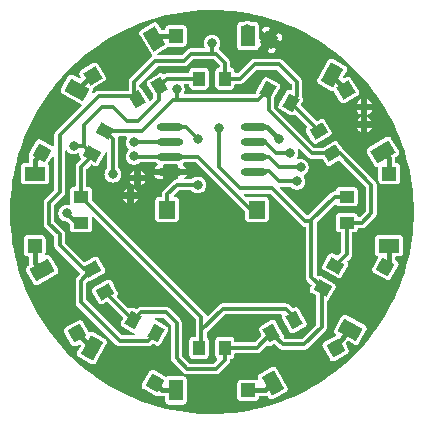
<source format=gtl>
G04 Layer: TopLayer*
G04 EasyEDA v6.5.42, 2024-03-03 20:16:13*
G04 2dd346860b7e4ad097e02c02aa15ffe7,ed70181f279245e6aff80281ee7dc86a,10*
G04 Gerber Generator version 0.2*
G04 Scale: 100 percent, Rotated: No, Reflected: No *
G04 Dimensions in millimeters *
G04 leading zeros omitted , absolute positions ,4 integer and 5 decimal *
%FSLAX45Y45*%
%MOMM*%

%AMMACRO1*21,1,$1,$2,0,0,$3*%
%ADD10C,0.3000*%
%ADD11C,0.4000*%
%ADD12MACRO1,1X1.25X-149.0003*%
%ADD13R,1.4000X1.5000*%
%ADD14O,2.2500082X0.6299962*%
%ADD15MACRO1,1X1.25X151.0001*%
%ADD16MACRO1,1X1.25X120.9997*%
%ADD17R,1.2500X1.0000*%
%ADD18MACRO1,1X1.25X61.0001*%
%ADD19MACRO1,1X1.25X28.9999*%
%ADD20R,1.0000X1.2500*%
%ADD21MACRO1,1X1.25X-28.9999*%
%ADD22MACRO1,1X1.25X-61.0001*%
%ADD23MACRO1,1X1.25X-118.9999*%
%ADD24MACRO1,1.1989X1.1989X61.0000*%
%ADD25MACRO1,1.2X1.8X-29.0010*%
%ADD26MACRO1,1.1989X1.1989X30.9987*%
%ADD27MACRO1,1.2X1.8X-59.0001*%
%ADD28R,1.1989X1.1989*%
%ADD29R,1.8000X1.2000*%
%ADD30MACRO1,1.1989X1.1989X-29.0000*%
%ADD31MACRO1,1.2X1.8X-119.0004*%
%ADD32MACRO1,1.1989X1.1989X151.0000*%
%ADD33MACRO1,1.2X1.8X61.0006*%
%ADD34MACRO1,1.1989X1.1989X121.0004*%
%ADD35MACRO1,1.2X1.8X30.9995*%
%ADD36R,1.2000X1.8000*%
%ADD37MACRO1,1.1989X1.1989X-60.9995*%
%ADD38MACRO1,1.2X1.8X-151.0001*%
%ADD39MACRO1,1.1989X1.1989X-119.0006*%
%ADD40MACRO1,1.2X1.8X151.0001*%
%ADD41MACRO1,1.1989X1.1989X-151.0010*%
%ADD42MACRO1,1.2X1.8X118.9994*%
%ADD43C,0.8000*%
%ADD44C,0.0111*%

%LPD*%
G36*
X3614318Y2440533D02*
G01*
X3556304Y2441041D01*
X3498291Y2443530D01*
X3440379Y2447950D01*
X3382670Y2454351D01*
X3325215Y2462733D01*
X3268116Y2472994D01*
X3211322Y2485237D01*
X3155035Y2499410D01*
X3099257Y2515463D01*
X3044037Y2533396D01*
X2989478Y2553208D01*
X2935579Y2574899D01*
X2882493Y2598369D01*
X2830220Y2623616D01*
X2778810Y2650642D01*
X2728417Y2679395D01*
X2678938Y2709824D01*
X2630576Y2741930D01*
X2583332Y2775661D01*
X2537256Y2810967D01*
X2492400Y2847848D01*
X2448814Y2886202D01*
X2406548Y2926029D01*
X2365705Y2967228D01*
X2326233Y3009849D01*
X2288286Y3053740D01*
X2251811Y3098901D01*
X2216912Y3145282D01*
X2183587Y3192830D01*
X2151888Y3241497D01*
X2121865Y3291179D01*
X2093569Y3341878D01*
X2067001Y3393490D01*
X2042210Y3446018D01*
X2019198Y3499307D01*
X1998014Y3553358D01*
X1978660Y3608120D01*
X1961184Y3663442D01*
X1945639Y3719372D01*
X1931974Y3775811D01*
X1920189Y3832656D01*
X1910384Y3889908D01*
X1902561Y3947414D01*
X1896668Y4005173D01*
X1892706Y4063085D01*
X1890725Y4121099D01*
X1890775Y4179163D01*
X1892757Y4237228D01*
X1896668Y4295140D01*
X1902612Y4352899D01*
X1910435Y4410405D01*
X1920290Y4467606D01*
X1932025Y4524502D01*
X1945690Y4580890D01*
X1961286Y4636820D01*
X1978761Y4692192D01*
X1998116Y4746904D01*
X2019300Y4800955D01*
X2042312Y4854295D01*
X2067153Y4906772D01*
X2093722Y4958384D01*
X2122068Y5009083D01*
X2152091Y5058765D01*
X2183739Y5107381D01*
X2217115Y5154930D01*
X2252014Y5201310D01*
X2288489Y5246471D01*
X2326487Y5290362D01*
X2365959Y5332984D01*
X2406802Y5374182D01*
X2449068Y5414010D01*
X2492654Y5452364D01*
X2537510Y5489194D01*
X2583637Y5524500D01*
X2630881Y5558231D01*
X2679242Y5590336D01*
X2728671Y5620766D01*
X2779115Y5649518D01*
X2830525Y5676493D01*
X2882798Y5701741D01*
X2935935Y5725210D01*
X2989783Y5746851D01*
X3044342Y5766663D01*
X3099562Y5784596D01*
X3155391Y5800648D01*
X3211677Y5814771D01*
X3268421Y5827014D01*
X3325571Y5837275D01*
X3383026Y5845657D01*
X3440734Y5852007D01*
X3498596Y5856478D01*
X3556609Y5858916D01*
X3614674Y5859424D01*
X3672738Y5857900D01*
X3730650Y5854446D01*
X3788460Y5849061D01*
X3846068Y5841644D01*
X3903370Y5832348D01*
X3960317Y5821070D01*
X4016857Y5807862D01*
X4072890Y5792774D01*
X4128414Y5775756D01*
X4183329Y5756859D01*
X4237532Y5736132D01*
X4291025Y5713577D01*
X4343755Y5689193D01*
X4395571Y5663031D01*
X4446473Y5635142D01*
X4496460Y5605576D01*
X4545330Y5574284D01*
X4593183Y5541365D01*
X4639818Y5506821D01*
X4685334Y5470753D01*
X4729530Y5433110D01*
X4772456Y5394045D01*
X4814011Y5353507D01*
X4854194Y5311597D01*
X4892903Y5268315D01*
X4930140Y5223764D01*
X4965852Y5177993D01*
X4999939Y5131003D01*
X5032451Y5082895D01*
X5063337Y5033721D01*
X5092496Y4983530D01*
X5119928Y4932375D01*
X5145633Y4880305D01*
X5169509Y4827422D01*
X5191607Y4773726D01*
X5211876Y4719320D01*
X5230266Y4664252D01*
X5246827Y4608576D01*
X5261457Y4552391D01*
X5274157Y4495749D01*
X5284927Y4438700D01*
X5293766Y4381347D01*
X5300624Y4323689D01*
X5305552Y4265828D01*
X5308498Y4207865D01*
X5309463Y4149801D01*
X5308498Y4091736D01*
X5305501Y4033774D01*
X5300573Y3975912D01*
X5293715Y3918305D01*
X5284876Y3860901D01*
X5274056Y3803853D01*
X5261356Y3747211D01*
X5246725Y3691026D01*
X5230164Y3635400D01*
X5211775Y3580333D01*
X5191506Y3525926D01*
X5169408Y3472230D01*
X5145481Y3419348D01*
X5119776Y3367278D01*
X5092293Y3316122D01*
X5063134Y3265932D01*
X5032298Y3216757D01*
X4999786Y3168650D01*
X4965649Y3121710D01*
X4929936Y3075889D01*
X4892700Y3031388D01*
X4853940Y2988106D01*
X4813808Y2946196D01*
X4772202Y2905709D01*
X4729276Y2866593D01*
X4685030Y2829001D01*
X4639564Y2792933D01*
X4592878Y2758389D01*
X4545076Y2725470D01*
X4496155Y2694228D01*
X4446168Y2664612D01*
X4395266Y2636723D01*
X4343400Y2610612D01*
X4290720Y2586228D01*
X4237228Y2563723D01*
X4182973Y2542997D01*
X4128109Y2524099D01*
X4072585Y2507132D01*
X4016501Y2491994D01*
X3959961Y2478836D01*
X3903014Y2467559D01*
X3845712Y2458262D01*
X3788156Y2450896D01*
X3730345Y2445461D01*
X3672382Y2442006D01*
G37*

%LPC*%
G36*
X3235502Y2519476D02*
G01*
X3354476Y2519476D01*
X3360928Y2520137D01*
X3366668Y2521864D01*
X3371900Y2524658D01*
X3376523Y2528468D01*
X3380333Y2533091D01*
X3383127Y2538323D01*
X3384854Y2544064D01*
X3385515Y2550515D01*
X3385515Y2729484D01*
X3384854Y2735935D01*
X3383127Y2741625D01*
X3380333Y2746908D01*
X3376523Y2751531D01*
X3371900Y2755341D01*
X3366668Y2758135D01*
X3360928Y2759862D01*
X3354476Y2760522D01*
X3235502Y2760522D01*
X3229051Y2759862D01*
X3223310Y2758135D01*
X3217519Y2755036D01*
X3214319Y2753918D01*
X3210966Y2753969D01*
X3207766Y2755087D01*
X3108604Y2810052D01*
X3102660Y2812643D01*
X3096818Y2813862D01*
X3090875Y2813964D01*
X3084982Y2812897D01*
X3079445Y2810713D01*
X3074416Y2807462D01*
X3070148Y2803296D01*
X3066440Y2797962D01*
X3008833Y2693974D01*
X3006242Y2688031D01*
X3005023Y2682189D01*
X3004921Y2676245D01*
X3005988Y2670352D01*
X3008172Y2664815D01*
X3011424Y2659786D01*
X3015589Y2655519D01*
X3020923Y2651861D01*
X3124911Y2594203D01*
X3130854Y2591612D01*
X3136696Y2590393D01*
X3142640Y2590292D01*
X3148533Y2591358D01*
X3152952Y2593086D01*
X3156458Y2593848D01*
X3160014Y2593238D01*
X3165957Y2591206D01*
X3170123Y2590241D01*
X3174492Y2589682D01*
X3179114Y2589479D01*
X3194304Y2589479D01*
X3198215Y2588717D01*
X3201517Y2586532D01*
X3203702Y2583230D01*
X3204464Y2579319D01*
X3204464Y2550515D01*
X3205124Y2544064D01*
X3206851Y2538323D01*
X3209645Y2533091D01*
X3213455Y2528468D01*
X3218078Y2524658D01*
X3223310Y2521864D01*
X3229051Y2520137D01*
G37*
G36*
X3845560Y2549550D02*
G01*
X3964432Y2549550D01*
X3970883Y2550160D01*
X3976573Y2551887D01*
X3981856Y2554732D01*
X3986479Y2558491D01*
X3990238Y2563114D01*
X3993083Y2568397D01*
X3994810Y2574086D01*
X3995420Y2580335D01*
X3996436Y2583891D01*
X3998722Y2586837D01*
X4001871Y2588818D01*
X4005529Y2589479D01*
X4050893Y2589479D01*
X4055516Y2589682D01*
X4059783Y2590241D01*
X4062831Y2591003D01*
X4067200Y2591104D01*
X4071213Y2589326D01*
X4074109Y2586024D01*
X4077462Y2579979D01*
X4081119Y2574645D01*
X4085437Y2570480D01*
X4090415Y2567228D01*
X4096004Y2565044D01*
X4101846Y2563977D01*
X4107840Y2564079D01*
X4113682Y2565298D01*
X4119626Y2567889D01*
X4223715Y2625547D01*
X4228998Y2629255D01*
X4233164Y2633522D01*
X4236415Y2638552D01*
X4238599Y2644089D01*
X4239717Y2649982D01*
X4239615Y2655925D01*
X4238345Y2661767D01*
X4235805Y2667711D01*
X4148988Y2824276D01*
X4145330Y2829610D01*
X4141012Y2833776D01*
X4136034Y2837027D01*
X4130446Y2839212D01*
X4124604Y2840278D01*
X4118610Y2840177D01*
X4112768Y2838958D01*
X4106824Y2836367D01*
X4002786Y2778658D01*
X3997451Y2775000D01*
X3993286Y2770733D01*
X3990035Y2765704D01*
X3987850Y2760167D01*
X3986784Y2754274D01*
X3986834Y2748280D01*
X3989120Y2738272D01*
X3988511Y2734513D01*
X3986580Y2731211D01*
X3983532Y2728874D01*
X3979824Y2727858D01*
X3976014Y2728264D01*
X3970883Y2729788D01*
X3964432Y2730449D01*
X3845560Y2730449D01*
X3839108Y2729788D01*
X3833418Y2728061D01*
X3828135Y2725267D01*
X3823512Y2721457D01*
X3819702Y2716885D01*
X3816908Y2711602D01*
X3815181Y2705862D01*
X3814521Y2699461D01*
X3814521Y2580538D01*
X3815181Y2574086D01*
X3816908Y2568397D01*
X3819702Y2563114D01*
X3823512Y2558491D01*
X3828135Y2554732D01*
X3833418Y2551887D01*
X3839108Y2550160D01*
G37*
G36*
X3390341Y2774391D02*
G01*
X3631641Y2774442D01*
X3640328Y2775661D01*
X3648252Y2778302D01*
X3655618Y2782417D01*
X3662426Y2788056D01*
X3743299Y2868980D01*
X3748582Y2875991D01*
X3752342Y2883509D01*
X3754628Y2891688D01*
X3755440Y2898495D01*
X3756406Y2901797D01*
X3758387Y2904591D01*
X3761181Y2906522D01*
X3765956Y2907588D01*
X3771696Y2909366D01*
X3776929Y2912160D01*
X3781551Y2915970D01*
X3785362Y2920542D01*
X3788156Y2925826D01*
X3789883Y2931515D01*
X3790543Y2937967D01*
X3790543Y2944317D01*
X3791305Y2948178D01*
X3793490Y2951480D01*
X3796792Y2953715D01*
X3800703Y2954477D01*
X3978757Y2954528D01*
X3987444Y2955696D01*
X3995369Y2958388D01*
X4002684Y2962452D01*
X4009542Y2968142D01*
X4061917Y3020568D01*
X4064762Y3022549D01*
X4068064Y3023463D01*
X4071467Y3023260D01*
X4076395Y3020771D01*
X4081932Y3018536D01*
X4087825Y3017469D01*
X4093768Y3017570D01*
X4099610Y3018840D01*
X4105554Y3021380D01*
X4124045Y3031642D01*
X4128211Y3032861D01*
X4132529Y3032252D01*
X4136186Y3029915D01*
X4169511Y2996590D01*
X4176471Y2991307D01*
X4183989Y2987548D01*
X4192066Y2985262D01*
X4200855Y2984449D01*
X4381703Y2984500D01*
X4390390Y2985719D01*
X4398314Y2988360D01*
X4405680Y2992475D01*
X4412488Y2998114D01*
X4563465Y3149142D01*
X4568748Y3156153D01*
X4572508Y3163671D01*
X4574794Y3171748D01*
X4575606Y3180537D01*
X4575606Y3393490D01*
X4576165Y3396843D01*
X4577791Y3399790D01*
X4580280Y3402076D01*
X4586173Y3405886D01*
X4590440Y3410000D01*
X4594148Y3415334D01*
X4642154Y3501948D01*
X4644694Y3507892D01*
X4645964Y3513734D01*
X4646066Y3519678D01*
X4644948Y3525570D01*
X4642764Y3531108D01*
X4639513Y3536137D01*
X4635347Y3540404D01*
X4630064Y3544062D01*
X4521606Y3604209D01*
X4515662Y3606749D01*
X4509820Y3608019D01*
X4499711Y3607866D01*
X4496612Y3608882D01*
X4493971Y3610762D01*
X4488383Y3616299D01*
X4486198Y3619601D01*
X4485436Y3623513D01*
X4485436Y4056938D01*
X4486198Y4060850D01*
X4488383Y4064152D01*
X4637532Y4213250D01*
X4641037Y4215536D01*
X4645202Y4216196D01*
X4649266Y4215130D01*
X4652568Y4212488D01*
X4655921Y4208373D01*
X4660544Y4204563D01*
X4665827Y4201769D01*
X4671517Y4200042D01*
X4677968Y4199382D01*
X4801971Y4199382D01*
X4808423Y4200042D01*
X4814112Y4201769D01*
X4819396Y4204563D01*
X4824018Y4208373D01*
X4827778Y4212996D01*
X4830622Y4218279D01*
X4832350Y4223969D01*
X4832959Y4230420D01*
X4832959Y4329430D01*
X4832350Y4335830D01*
X4830622Y4341571D01*
X4827778Y4346854D01*
X4824018Y4351426D01*
X4819396Y4355236D01*
X4814112Y4358030D01*
X4808423Y4359808D01*
X4801971Y4360418D01*
X4677968Y4360418D01*
X4671517Y4359808D01*
X4665827Y4358030D01*
X4660544Y4355236D01*
X4655921Y4351426D01*
X4652162Y4346854D01*
X4649317Y4341571D01*
X4647590Y4335830D01*
X4647488Y4334510D01*
X4646066Y4330242D01*
X4642967Y4326991D01*
X4638751Y4325416D01*
X4629404Y4324146D01*
X4621479Y4321505D01*
X4614113Y4317390D01*
X4607306Y4311751D01*
X4417110Y4121556D01*
X4413859Y4119372D01*
X4409948Y4118610D01*
X4406036Y4119372D01*
X4402785Y4121556D01*
X4177182Y4347159D01*
X4174998Y4350410D01*
X4174236Y4354322D01*
X4174998Y4358233D01*
X4177182Y4361484D01*
X4180484Y4363720D01*
X4184396Y4364482D01*
X4261764Y4364482D01*
X4266031Y4363567D01*
X4278579Y4353001D01*
X4287977Y4347210D01*
X4298188Y4342993D01*
X4308957Y4340402D01*
X4319981Y4339539D01*
X4331004Y4340402D01*
X4341774Y4342993D01*
X4351985Y4347210D01*
X4361434Y4353001D01*
X4369816Y4360164D01*
X4377029Y4368596D01*
X4382770Y4377994D01*
X4387037Y4388205D01*
X4389577Y4398975D01*
X4390491Y4409998D01*
X4389577Y4421022D01*
X4387037Y4431792D01*
X4382770Y4442002D01*
X4376521Y4452213D01*
X4375048Y4456328D01*
X4375505Y4460646D01*
X4377690Y4464405D01*
X4391406Y4472990D01*
X4399838Y4480153D01*
X4407001Y4488586D01*
X4412792Y4497984D01*
X4417009Y4508246D01*
X4419600Y4518964D01*
X4420463Y4529988D01*
X4419600Y4541012D01*
X4417009Y4551781D01*
X4412792Y4561992D01*
X4407001Y4571441D01*
X4399838Y4579823D01*
X4391406Y4587036D01*
X4382008Y4592777D01*
X4371746Y4597044D01*
X4361027Y4599584D01*
X4350004Y4600498D01*
X4338980Y4599584D01*
X4330649Y4597603D01*
X4326686Y4597450D01*
X4322927Y4598822D01*
X4320032Y4601514D01*
X4318355Y4605121D01*
X4318203Y4609084D01*
X4319574Y4612792D01*
X4322775Y4618024D01*
X4327042Y4628235D01*
X4329582Y4638954D01*
X4330446Y4649978D01*
X4329582Y4661001D01*
X4326940Y4672076D01*
X4326890Y4676394D01*
X4328617Y4680407D01*
X4331868Y4683302D01*
X4336034Y4684572D01*
X4340352Y4683963D01*
X4344009Y4681626D01*
X4413453Y4612233D01*
X4420463Y4606950D01*
X4427982Y4603191D01*
X4436008Y4600905D01*
X4444847Y4600092D01*
X4529632Y4600092D01*
X4533036Y4599482D01*
X4536084Y4597806D01*
X4538319Y4595164D01*
X4562297Y4555286D01*
X4566158Y4550054D01*
X4570577Y4546041D01*
X4575708Y4542993D01*
X4581347Y4541012D01*
X4587240Y4540148D01*
X4593234Y4540402D01*
X4599025Y4541875D01*
X4604867Y4544669D01*
X4670552Y4584141D01*
X4674768Y4585512D01*
X4679188Y4585004D01*
X4682947Y4582617D01*
X4901488Y4364126D01*
X4903673Y4360824D01*
X4904435Y4356912D01*
X4904435Y4163009D01*
X4903673Y4159097D01*
X4901488Y4155795D01*
X4854092Y4108399D01*
X4850790Y4106214D01*
X4846878Y4105452D01*
X4842560Y4105452D01*
X4838903Y4106113D01*
X4835753Y4108094D01*
X4833518Y4111040D01*
X4832350Y4115866D01*
X4830622Y4121556D01*
X4827778Y4126839D01*
X4824018Y4131462D01*
X4819396Y4135221D01*
X4814112Y4138066D01*
X4808423Y4139793D01*
X4801971Y4140403D01*
X4677968Y4140403D01*
X4671517Y4139793D01*
X4665827Y4138066D01*
X4660544Y4135221D01*
X4655921Y4131462D01*
X4652162Y4126839D01*
X4649317Y4121556D01*
X4647590Y4115866D01*
X4646980Y4109415D01*
X4646980Y4010406D01*
X4647590Y4003954D01*
X4649317Y3998264D01*
X4652162Y3992981D01*
X4655921Y3988358D01*
X4660544Y3984599D01*
X4665827Y3981754D01*
X4671517Y3980027D01*
X4677968Y3979418D01*
X4684318Y3979418D01*
X4688230Y3978656D01*
X4691481Y3976420D01*
X4693716Y3973118D01*
X4694478Y3969258D01*
X4694478Y3815740D01*
X4693716Y3811828D01*
X4691481Y3808526D01*
X4666691Y3783736D01*
X4663033Y3781399D01*
X4658715Y3780790D01*
X4654550Y3782009D01*
X4628235Y3796639D01*
X4622292Y3799179D01*
X4616450Y3800449D01*
X4610506Y3800551D01*
X4604613Y3799433D01*
X4599076Y3797249D01*
X4594047Y3793998D01*
X4589780Y3789832D01*
X4586122Y3784549D01*
X4538116Y3697935D01*
X4535525Y3691991D01*
X4534255Y3686149D01*
X4534204Y3680206D01*
X4535271Y3674313D01*
X4537456Y3668776D01*
X4540707Y3663746D01*
X4544872Y3659479D01*
X4550206Y3655771D01*
X4658664Y3595674D01*
X4664608Y3593084D01*
X4670399Y3591864D01*
X4676394Y3591763D01*
X4682286Y3592829D01*
X4687824Y3595014D01*
X4692853Y3598265D01*
X4697120Y3602431D01*
X4700778Y3607765D01*
X4748784Y3694328D01*
X4751374Y3700272D01*
X4752594Y3706114D01*
X4752695Y3712108D01*
X4751628Y3717950D01*
X4749444Y3723538D01*
X4746955Y3728415D01*
X4746752Y3731869D01*
X4747666Y3735171D01*
X4749647Y3737965D01*
X4773371Y3761740D01*
X4778654Y3768750D01*
X4782362Y3776268D01*
X4784699Y3784295D01*
X4785512Y3793134D01*
X4785512Y3969258D01*
X4786274Y3973118D01*
X4788458Y3976420D01*
X4791760Y3978656D01*
X4795672Y3979418D01*
X4801971Y3979418D01*
X4808423Y3980027D01*
X4814112Y3981754D01*
X4819396Y3984599D01*
X4824018Y3988358D01*
X4827778Y3992981D01*
X4830622Y3998264D01*
X4832350Y4003954D01*
X4833518Y4008831D01*
X4835753Y4011777D01*
X4838954Y4013758D01*
X4842611Y4014419D01*
X4871669Y4014470D01*
X4880356Y4015689D01*
X4888280Y4018330D01*
X4895646Y4022445D01*
X4902454Y4028084D01*
X4983327Y4109008D01*
X4988610Y4116019D01*
X4992370Y4123537D01*
X4994656Y4131614D01*
X4995468Y4140403D01*
X4995418Y4381703D01*
X4994198Y4390390D01*
X4991557Y4398314D01*
X4987442Y4405680D01*
X4981803Y4412488D01*
X4715205Y4679035D01*
X4708144Y4684369D01*
X4701540Y4687722D01*
X4699203Y4689348D01*
X4697425Y4691532D01*
X4670755Y4735931D01*
X4666894Y4741113D01*
X4662474Y4745126D01*
X4657344Y4748174D01*
X4651756Y4750206D01*
X4645812Y4751070D01*
X4639868Y4750765D01*
X4634077Y4749292D01*
X4628235Y4746548D01*
X4538370Y4692548D01*
X4535881Y4691481D01*
X4533138Y4691126D01*
X4467453Y4691126D01*
X4463542Y4691888D01*
X4460240Y4694072D01*
X4128465Y5025847D01*
X4126280Y5029149D01*
X4125518Y5033060D01*
X4125518Y5107940D01*
X4125823Y5110530D01*
X4126788Y5112867D01*
X4174236Y5198567D01*
X4176826Y5204510D01*
X4178096Y5210352D01*
X4178147Y5216296D01*
X4177080Y5222189D01*
X4174896Y5227726D01*
X4171645Y5232755D01*
X4167479Y5237022D01*
X4162196Y5240731D01*
X4075582Y5288686D01*
X4069638Y5291277D01*
X4063796Y5292547D01*
X4057853Y5292598D01*
X4051960Y5291531D01*
X4046423Y5289346D01*
X4041394Y5286095D01*
X4037126Y5281930D01*
X4033418Y5276596D01*
X3973322Y5168188D01*
X3970731Y5162245D01*
X3968648Y5151729D01*
X3966464Y5148478D01*
X3963162Y5146344D01*
X3959301Y5145582D01*
X3372865Y5145582D01*
X3368954Y5146344D01*
X3365652Y5148529D01*
X3363468Y5151831D01*
X3362706Y5155742D01*
X3363468Y5159603D01*
X3367024Y5168239D01*
X3369614Y5179009D01*
X3370478Y5190032D01*
X3369614Y5201056D01*
X3367024Y5211775D01*
X3363468Y5220360D01*
X3362706Y5224221D01*
X3363468Y5228132D01*
X3365703Y5231434D01*
X3369005Y5233619D01*
X3372865Y5234381D01*
X3399332Y5234381D01*
X3403244Y5233619D01*
X3406546Y5231434D01*
X3408730Y5228132D01*
X3409492Y5224221D01*
X3409492Y5217871D01*
X3410153Y5211419D01*
X3411880Y5205730D01*
X3414674Y5200446D01*
X3418484Y5195874D01*
X3423107Y5192064D01*
X3428339Y5189270D01*
X3434079Y5187492D01*
X3440531Y5186883D01*
X3539540Y5186883D01*
X3545941Y5187492D01*
X3551682Y5189270D01*
X3556965Y5192064D01*
X3561537Y5195874D01*
X3565347Y5200446D01*
X3568141Y5205730D01*
X3569868Y5211419D01*
X3570528Y5217871D01*
X3570528Y5341874D01*
X3569868Y5348325D01*
X3568141Y5354066D01*
X3565347Y5359298D01*
X3561537Y5363921D01*
X3556965Y5367731D01*
X3551682Y5370525D01*
X3545941Y5372252D01*
X3539540Y5372912D01*
X3440531Y5372912D01*
X3434079Y5372252D01*
X3428339Y5370525D01*
X3423107Y5367731D01*
X3418484Y5363921D01*
X3414674Y5359298D01*
X3411880Y5354066D01*
X3410153Y5348325D01*
X3409492Y5341874D01*
X3409492Y5335574D01*
X3408730Y5331663D01*
X3406546Y5328361D01*
X3403244Y5326176D01*
X3399332Y5325414D01*
X3215792Y5325364D01*
X3207004Y5324144D01*
X3201212Y5322366D01*
X3194405Y5318963D01*
X3190494Y5317896D01*
X3186531Y5318455D01*
X3177946Y5323535D01*
X3172358Y5325516D01*
X3166414Y5326380D01*
X3160471Y5326126D01*
X3154680Y5324652D01*
X3148838Y5321858D01*
X3063951Y5270855D01*
X3058769Y5266994D01*
X3054756Y5262575D01*
X3051708Y5257444D01*
X3049676Y5251856D01*
X3048812Y5245912D01*
X3049117Y5239969D01*
X3050590Y5234178D01*
X3053384Y5228336D01*
X3103168Y5145481D01*
X3104235Y5142941D01*
X3104591Y5140248D01*
X3104591Y5123129D01*
X3103829Y5119217D01*
X3101644Y5115915D01*
X3079851Y5094173D01*
X3076854Y5092090D01*
X3073298Y5091226D01*
X3069640Y5091684D01*
X3066389Y5093411D01*
X3064002Y5096154D01*
X3002788Y5197957D01*
X2998927Y5203139D01*
X2994507Y5207152D01*
X2990494Y5209540D01*
X2987852Y5211826D01*
X2986176Y5214823D01*
X2985566Y5218277D01*
X2985566Y5226913D01*
X2986328Y5230774D01*
X2988513Y5234076D01*
X3135782Y5381498D01*
X3139084Y5383733D01*
X3142945Y5384495D01*
X3361537Y5384546D01*
X3370224Y5385714D01*
X3378200Y5388406D01*
X3385515Y5392470D01*
X3392373Y5398109D01*
X3435908Y5441492D01*
X3439210Y5443677D01*
X3443122Y5444439D01*
X3606850Y5444439D01*
X3610762Y5443677D01*
X3614064Y5441492D01*
X3661460Y5394096D01*
X3663645Y5390794D01*
X3664407Y5386882D01*
X3664407Y5382514D01*
X3663746Y5378856D01*
X3661765Y5375656D01*
X3658819Y5373420D01*
X3654094Y5372252D01*
X3648354Y5370525D01*
X3643071Y5367731D01*
X3638499Y5363921D01*
X3634689Y5359298D01*
X3631895Y5354066D01*
X3630168Y5348325D01*
X3629507Y5341874D01*
X3629507Y5217871D01*
X3630168Y5211419D01*
X3631895Y5205730D01*
X3634689Y5200446D01*
X3638499Y5195874D01*
X3643071Y5192064D01*
X3648354Y5189270D01*
X3654094Y5187492D01*
X3660495Y5186883D01*
X3759504Y5186883D01*
X3765956Y5187492D01*
X3771696Y5189270D01*
X3776929Y5192064D01*
X3781551Y5195874D01*
X3785362Y5200446D01*
X3788156Y5205730D01*
X3789883Y5211419D01*
X3790543Y5217871D01*
X3790543Y5224221D01*
X3791305Y5228132D01*
X3793490Y5231434D01*
X3796792Y5233619D01*
X3800703Y5234381D01*
X3841699Y5234432D01*
X3850386Y5235651D01*
X3858310Y5238292D01*
X3865676Y5242407D01*
X3872484Y5248046D01*
X3975963Y5351576D01*
X3979265Y5353761D01*
X3983177Y5354523D01*
X4146854Y5354523D01*
X4150766Y5353761D01*
X4154068Y5351576D01*
X4271568Y5234076D01*
X4273753Y5230774D01*
X4274515Y5226862D01*
X4274515Y5194503D01*
X4273550Y5190134D01*
X4270756Y5186629D01*
X4266742Y5184648D01*
X4262221Y5184597D01*
X4256227Y5185867D01*
X4250232Y5185968D01*
X4244390Y5184902D01*
X4238802Y5182666D01*
X4233824Y5179466D01*
X4229506Y5175300D01*
X4225848Y5169966D01*
X4165752Y5061508D01*
X4163161Y5055565D01*
X4161891Y5049723D01*
X4161840Y5043779D01*
X4162907Y5037886D01*
X4165092Y5032349D01*
X4168343Y5027320D01*
X4172508Y5023053D01*
X4177792Y5019344D01*
X4264406Y4971338D01*
X4270349Y4968798D01*
X4276191Y4967528D01*
X4282135Y4967427D01*
X4288028Y4968494D01*
X4293565Y4970729D01*
X4298492Y4973218D01*
X4301947Y4973421D01*
X4305249Y4972507D01*
X4308043Y4970526D01*
X4400296Y4878273D01*
X4402429Y4875123D01*
X4403242Y4871364D01*
X4402632Y4867554D01*
X4400600Y4864303D01*
X4399432Y4862982D01*
X4396333Y4857851D01*
X4394352Y4852212D01*
X4393488Y4846320D01*
X4393793Y4840325D01*
X4395216Y4834534D01*
X4398010Y4828692D01*
X4449013Y4743856D01*
X4452874Y4738624D01*
X4457293Y4734661D01*
X4462424Y4731562D01*
X4468063Y4729581D01*
X4473956Y4728718D01*
X4479899Y4729022D01*
X4485690Y4730445D01*
X4491532Y4733239D01*
X4597857Y4797094D01*
X4603038Y4800955D01*
X4607052Y4805375D01*
X4610100Y4810506D01*
X4612132Y4816144D01*
X4612995Y4822037D01*
X4612690Y4828032D01*
X4611217Y4833823D01*
X4608474Y4839665D01*
X4557471Y4924501D01*
X4553610Y4929682D01*
X4549190Y4933696D01*
X4544060Y4936794D01*
X4538421Y4938776D01*
X4532528Y4939639D01*
X4526534Y4939334D01*
X4520742Y4937912D01*
X4514900Y4935118D01*
X4494987Y4923180D01*
X4490770Y4921758D01*
X4486351Y4922316D01*
X4482592Y4924704D01*
X4353814Y5053482D01*
X4351477Y5057140D01*
X4350867Y5061458D01*
X4352086Y5065572D01*
X4366666Y5091887D01*
X4369257Y5097830D01*
X4370476Y5103672D01*
X4370578Y5109667D01*
X4369511Y5115509D01*
X4365701Y5124450D01*
X4365396Y5127650D01*
X4365548Y5130800D01*
X4365498Y5251653D01*
X4364278Y5260340D01*
X4361637Y5268264D01*
X4357522Y5275630D01*
X4351883Y5282438D01*
X4200804Y5433415D01*
X4193844Y5438698D01*
X4186326Y5442458D01*
X4178249Y5444744D01*
X4169460Y5445556D01*
X3958386Y5445506D01*
X3949700Y5444286D01*
X3941775Y5441645D01*
X3934409Y5437530D01*
X3927601Y5431891D01*
X3824122Y5328361D01*
X3820820Y5326176D01*
X3816908Y5325414D01*
X3800703Y5325414D01*
X3796792Y5326176D01*
X3793490Y5328361D01*
X3791305Y5331663D01*
X3790543Y5335574D01*
X3790543Y5341874D01*
X3789883Y5348325D01*
X3788156Y5354066D01*
X3785362Y5359298D01*
X3781551Y5363921D01*
X3776929Y5367731D01*
X3771696Y5370525D01*
X3765956Y5372252D01*
X3761028Y5373420D01*
X3758082Y5375706D01*
X3756101Y5378856D01*
X3755440Y5382514D01*
X3755390Y5411673D01*
X3754170Y5420360D01*
X3751529Y5428284D01*
X3747414Y5435650D01*
X3741775Y5442458D01*
X3662375Y5521858D01*
X3658717Y5524957D01*
X3656482Y5527700D01*
X3655263Y5531053D01*
X3655364Y5534660D01*
X3656634Y5538012D01*
X3662781Y5548020D01*
X3666998Y5558231D01*
X3669588Y5568950D01*
X3670452Y5579973D01*
X3669588Y5591048D01*
X3666998Y5601766D01*
X3662781Y5611977D01*
X3656990Y5621426D01*
X3649827Y5629808D01*
X3641394Y5637022D01*
X3631996Y5642813D01*
X3621786Y5647029D01*
X3611016Y5649620D01*
X3599992Y5650484D01*
X3588969Y5649620D01*
X3578199Y5647029D01*
X3567988Y5642813D01*
X3558590Y5637022D01*
X3550158Y5629808D01*
X3542995Y5621426D01*
X3537204Y5611977D01*
X3532987Y5601766D01*
X3530396Y5591048D01*
X3529533Y5579973D01*
X3530396Y5568950D01*
X3532987Y5558231D01*
X3536594Y5549493D01*
X3537356Y5545632D01*
X3536594Y5541721D01*
X3534359Y5538419D01*
X3531057Y5536234D01*
X3527196Y5535472D01*
X3418484Y5535422D01*
X3409797Y5534253D01*
X3401822Y5531561D01*
X3394506Y5527497D01*
X3387648Y5521858D01*
X3344113Y5478475D01*
X3340811Y5476290D01*
X3336899Y5475528D01*
X3146450Y5475528D01*
X3142183Y5476443D01*
X3138728Y5479084D01*
X3136646Y5482945D01*
X3136442Y5487314D01*
X3138017Y5491378D01*
X3141218Y5494375D01*
X3224631Y5544515D01*
X3229254Y5547715D01*
X3231997Y5549087D01*
X3235045Y5549544D01*
X3354425Y5549544D01*
X3360877Y5550154D01*
X3366566Y5551881D01*
X3371850Y5554726D01*
X3376472Y5558485D01*
X3380282Y5563108D01*
X3383076Y5568391D01*
X3384804Y5574080D01*
X3385464Y5580532D01*
X3385464Y5699455D01*
X3384804Y5705856D01*
X3383076Y5711596D01*
X3380282Y5716879D01*
X3376472Y5721451D01*
X3371850Y5725261D01*
X3366566Y5728055D01*
X3360877Y5729782D01*
X3354425Y5730443D01*
X3235553Y5730443D01*
X3229102Y5729782D01*
X3223412Y5728055D01*
X3218129Y5725261D01*
X3213506Y5721451D01*
X3209747Y5716879D01*
X3206902Y5711596D01*
X3205175Y5705856D01*
X3204565Y5699658D01*
X3203549Y5696102D01*
X3201263Y5693105D01*
X3198114Y5691174D01*
X3194456Y5690514D01*
X3178657Y5690514D01*
X3175254Y5691073D01*
X3172206Y5692800D01*
X3169970Y5695442D01*
X3142894Y5740400D01*
X3139033Y5745581D01*
X3134614Y5749594D01*
X3129483Y5752693D01*
X3123895Y5754674D01*
X3117951Y5755538D01*
X3112008Y5755233D01*
X3106216Y5753811D01*
X3100374Y5751017D01*
X2998368Y5689752D01*
X2993186Y5685891D01*
X2989173Y5681421D01*
X2986074Y5676290D01*
X2984093Y5670702D01*
X2983230Y5664809D01*
X2983534Y5658815D01*
X2984957Y5653024D01*
X2987751Y5647182D01*
X3079953Y5493766D01*
X3083814Y5488533D01*
X3088233Y5484571D01*
X3091281Y5482742D01*
X3094177Y5480151D01*
X3095904Y5476697D01*
X3096158Y5472836D01*
X3095040Y5469178D01*
X3092602Y5466181D01*
X3087370Y5461812D01*
X2906674Y5280863D01*
X2901391Y5273852D01*
X2897632Y5266334D01*
X2895346Y5258257D01*
X2894533Y5249468D01*
X2894533Y5185714D01*
X2893771Y5181803D01*
X2891586Y5178501D01*
X2888284Y5176316D01*
X2884373Y5175554D01*
X2638348Y5175504D01*
X2629662Y5174284D01*
X2621737Y5171643D01*
X2614422Y5167579D01*
X2607564Y5161889D01*
X2601010Y5155336D01*
X2597556Y5153050D01*
X2593492Y5152390D01*
X2589479Y5153355D01*
X2586177Y5155844D01*
X2584145Y5159400D01*
X2583738Y5163515D01*
X2584958Y5167426D01*
X2592120Y5180380D01*
X2594660Y5186324D01*
X2595930Y5192166D01*
X2595981Y5196230D01*
X2596642Y5199634D01*
X2598318Y5202580D01*
X2600909Y5204815D01*
X2686100Y5255971D01*
X2691282Y5259832D01*
X2695295Y5264251D01*
X2698343Y5269382D01*
X2700375Y5275021D01*
X2701239Y5280914D01*
X2700934Y5286908D01*
X2699461Y5292699D01*
X2696718Y5298541D01*
X2635453Y5400446D01*
X2631592Y5405628D01*
X2627172Y5409641D01*
X2622042Y5412689D01*
X2616454Y5414721D01*
X2610510Y5415584D01*
X2604566Y5415280D01*
X2598775Y5413806D01*
X2592933Y5411063D01*
X2491028Y5349798D01*
X2485847Y5345938D01*
X2481834Y5341518D01*
X2478735Y5336387D01*
X2476754Y5330799D01*
X2475890Y5324856D01*
X2476195Y5318912D01*
X2477617Y5313121D01*
X2480411Y5307279D01*
X2486304Y5297474D01*
X2487676Y5293258D01*
X2487117Y5288838D01*
X2483916Y5284216D01*
X2480259Y5281879D01*
X2475941Y5281269D01*
X2471775Y5282539D01*
X2423464Y5309311D01*
X2417521Y5311851D01*
X2411679Y5313121D01*
X2405735Y5313222D01*
X2399842Y5312156D01*
X2394305Y5309920D01*
X2389276Y5306720D01*
X2385009Y5302554D01*
X2381300Y5297220D01*
X2323592Y5193131D01*
X2321052Y5187188D01*
X2319782Y5181346D01*
X2319680Y5175402D01*
X2320798Y5169509D01*
X2322982Y5163972D01*
X2326233Y5158943D01*
X2330399Y5154676D01*
X2335682Y5150967D01*
X2491740Y5064506D01*
X2494635Y5062118D01*
X2496464Y5058816D01*
X2496972Y5055158D01*
X2496108Y5051501D01*
X2494026Y5048402D01*
X2276500Y4830978D01*
X2271217Y4824018D01*
X2267458Y4816500D01*
X2265172Y4808423D01*
X2264359Y4799634D01*
X2264359Y4717237D01*
X2263495Y4713122D01*
X2261057Y4709718D01*
X2257450Y4707585D01*
X2253284Y4707128D01*
X2249271Y4708347D01*
X2153970Y4761179D01*
X2148027Y4763719D01*
X2142236Y4764989D01*
X2136241Y4765090D01*
X2130348Y4764024D01*
X2124811Y4761788D01*
X2119782Y4758537D01*
X2115515Y4754422D01*
X2111857Y4749088D01*
X2054199Y4645101D01*
X2051608Y4639157D01*
X2050389Y4633315D01*
X2050288Y4627321D01*
X2051354Y4621479D01*
X2053132Y4617059D01*
X2053843Y4613503D01*
X2053234Y4609947D01*
X2051202Y4604004D01*
X2050237Y4599889D01*
X2049678Y4595520D01*
X2049475Y4590897D01*
X2049475Y4575657D01*
X2048713Y4571796D01*
X2046528Y4568494D01*
X2043226Y4566259D01*
X2039315Y4565497D01*
X2010511Y4565497D01*
X2004060Y4564888D01*
X1998319Y4563110D01*
X1993087Y4560316D01*
X1988464Y4556556D01*
X1984654Y4551934D01*
X1981860Y4546650D01*
X1980133Y4540961D01*
X1979472Y4534509D01*
X1979472Y4415485D01*
X1980133Y4409033D01*
X1981860Y4403344D01*
X1984654Y4398060D01*
X1988464Y4393438D01*
X1993087Y4389678D01*
X1998319Y4386834D01*
X2004060Y4385106D01*
X2010511Y4384497D01*
X2189480Y4384497D01*
X2195931Y4385106D01*
X2201672Y4386834D01*
X2206904Y4389678D01*
X2211527Y4393438D01*
X2215337Y4398060D01*
X2218131Y4403344D01*
X2219858Y4409033D01*
X2220518Y4415485D01*
X2220518Y4534509D01*
X2219858Y4540961D01*
X2218131Y4546650D01*
X2215032Y4552492D01*
X2213965Y4555693D01*
X2213965Y4559046D01*
X2215083Y4562195D01*
X2245309Y4616754D01*
X2248255Y4620056D01*
X2252319Y4621784D01*
X2256739Y4621631D01*
X2260701Y4619650D01*
X2263394Y4616145D01*
X2264359Y4611827D01*
X2264359Y4342892D01*
X2263597Y4338980D01*
X2261362Y4335678D01*
X2186584Y4261002D01*
X2181301Y4254042D01*
X2177542Y4246524D01*
X2175256Y4238447D01*
X2174443Y4229658D01*
X2174494Y4048302D01*
X2175713Y4039615D01*
X2178354Y4031691D01*
X2182469Y4024325D01*
X2188108Y4017518D01*
X2261412Y3944264D01*
X2263597Y3940962D01*
X2264359Y3937050D01*
X2264410Y3868165D01*
X2265629Y3859529D01*
X2268321Y3851554D01*
X2272385Y3844239D01*
X2278024Y3837432D01*
X2478633Y3637076D01*
X2480818Y3633825D01*
X2481580Y3629914D01*
X2480818Y3626002D01*
X2478633Y3622751D01*
X2456586Y3600602D01*
X2451303Y3593642D01*
X2447544Y3586124D01*
X2445258Y3578047D01*
X2444445Y3569258D01*
X2444496Y3388156D01*
X2445715Y3379470D01*
X2448356Y3371545D01*
X2452471Y3364179D01*
X2458110Y3357372D01*
X2789021Y3026562D01*
X2795981Y3021279D01*
X2803499Y3017520D01*
X2811576Y3015234D01*
X2820365Y3014421D01*
X3061157Y3014472D01*
X3069844Y3015691D01*
X3077768Y3018332D01*
X3085236Y3022498D01*
X3090214Y3026410D01*
X3093872Y3030016D01*
X3097530Y3032353D01*
X3101797Y3032912D01*
X3105912Y3031642D01*
X3124454Y3021380D01*
X3130397Y3018840D01*
X3136239Y3017570D01*
X3142234Y3017469D01*
X3148076Y3018536D01*
X3153613Y3020771D01*
X3158642Y3023971D01*
X3162960Y3028137D01*
X3166618Y3033471D01*
X3226714Y3141929D01*
X3229305Y3147872D01*
X3230575Y3153714D01*
X3230626Y3159658D01*
X3229559Y3165551D01*
X3227374Y3171088D01*
X3224123Y3176117D01*
X3219958Y3180384D01*
X3214624Y3184093D01*
X3128060Y3232099D01*
X3121355Y3234994D01*
X3118104Y3237230D01*
X3115970Y3240532D01*
X3115259Y3244392D01*
X3116021Y3248253D01*
X3118256Y3251504D01*
X3121507Y3253689D01*
X3125419Y3254451D01*
X3186988Y3254451D01*
X3190900Y3253689D01*
X3194202Y3251504D01*
X3251504Y3194202D01*
X3253689Y3190900D01*
X3254451Y3186988D01*
X3254502Y2908401D01*
X3255721Y2899714D01*
X3258362Y2891790D01*
X3262426Y2884424D01*
X3268065Y2877616D01*
X3358997Y2786532D01*
X3365957Y2781249D01*
X3373475Y2777490D01*
X3381552Y2775204D01*
G37*
G36*
X2594610Y2859684D02*
G01*
X2600452Y2860802D01*
X2606040Y2862986D01*
X2611018Y2866237D01*
X2615336Y2870352D01*
X2618994Y2875686D01*
X2705760Y3032252D01*
X2708351Y3038195D01*
X2709621Y3044037D01*
X2709672Y3050032D01*
X2708605Y3055874D01*
X2706420Y3061411D01*
X2703169Y3066440D01*
X2699004Y3070758D01*
X2693670Y3074416D01*
X2589631Y3132124D01*
X2583688Y3134664D01*
X2577846Y3135934D01*
X2571851Y3136036D01*
X2561539Y3133902D01*
X2557932Y3134461D01*
X2554782Y3136290D01*
X2552496Y3139135D01*
X2508148Y3219094D01*
X2504490Y3224428D01*
X2500172Y3228543D01*
X2495194Y3231794D01*
X2489606Y3233978D01*
X2483764Y3235096D01*
X2477770Y3234994D01*
X2471928Y3233724D01*
X2465984Y3231184D01*
X2361996Y3173526D01*
X2356713Y3169869D01*
X2352548Y3165551D01*
X2349296Y3160572D01*
X2347112Y3154984D01*
X2345994Y3149142D01*
X2346096Y3143148D01*
X2347366Y3137306D01*
X2349906Y3131362D01*
X2407564Y3027375D01*
X2411272Y3022041D01*
X2415540Y3017926D01*
X2420569Y3014675D01*
X2426106Y3012490D01*
X2431948Y3011373D01*
X2437942Y3011474D01*
X2443784Y3012744D01*
X2449728Y3015284D01*
X2471724Y3027527D01*
X2475890Y3028746D01*
X2480208Y3028137D01*
X2483866Y3025800D01*
X2485745Y3023920D01*
X2488133Y3020263D01*
X2488692Y3015945D01*
X2487472Y3011779D01*
X2460701Y2963468D01*
X2458110Y2957525D01*
X2456840Y2951683D01*
X2456789Y2945688D01*
X2457856Y2939846D01*
X2460040Y2934309D01*
X2463292Y2929280D01*
X2467457Y2924962D01*
X2472791Y2921304D01*
X2576830Y2863596D01*
X2582773Y2861056D01*
X2588615Y2859786D01*
G37*
G36*
X4620869Y2885998D02*
G01*
X4626813Y2886100D01*
X4632655Y2887370D01*
X4638598Y2889910D01*
X4742586Y2947568D01*
X4747920Y2951226D01*
X4752086Y2955544D01*
X4755337Y2960522D01*
X4757521Y2966110D01*
X4758588Y2971952D01*
X4758486Y2977946D01*
X4757267Y2983788D01*
X4754676Y2989732D01*
X4731766Y3031032D01*
X4730546Y3035198D01*
X4731156Y3039516D01*
X4733493Y3043174D01*
X4746091Y3055772D01*
X4749749Y3058109D01*
X4754016Y3058718D01*
X4758182Y3057448D01*
X4806543Y3030677D01*
X4812487Y3028086D01*
X4818278Y3026867D01*
X4824272Y3026765D01*
X4830165Y3027832D01*
X4835702Y3030016D01*
X4840732Y3033268D01*
X4844999Y3037433D01*
X4848656Y3042767D01*
X4906365Y3146856D01*
X4908956Y3152800D01*
X4910175Y3158642D01*
X4910277Y3164586D01*
X4909210Y3170478D01*
X4907026Y3176016D01*
X4903774Y3181045D01*
X4899609Y3185312D01*
X4894275Y3189020D01*
X4737709Y3275787D01*
X4731766Y3278327D01*
X4725924Y3279597D01*
X4719980Y3279698D01*
X4714087Y3278632D01*
X4708550Y3276396D01*
X4703521Y3273196D01*
X4699254Y3269030D01*
X4695596Y3263696D01*
X4637887Y3159607D01*
X4635296Y3153664D01*
X4634077Y3147822D01*
X4633976Y3141878D01*
X4635042Y3135985D01*
X4637227Y3130448D01*
X4640478Y3125419D01*
X4644644Y3121152D01*
X4648047Y3118764D01*
X4650892Y3115818D01*
X4652314Y3111957D01*
X4652111Y3107893D01*
X4650333Y3104184D01*
X4647184Y3101543D01*
X4550918Y3048152D01*
X4545584Y3044494D01*
X4541418Y3040176D01*
X4538167Y3035198D01*
X4535982Y3029610D01*
X4534916Y3023768D01*
X4535017Y3017774D01*
X4536236Y3011932D01*
X4538827Y3005988D01*
X4596434Y2902000D01*
X4600143Y2896666D01*
X4604410Y2892552D01*
X4609439Y2889300D01*
X4614976Y2887116D01*
G37*
G36*
X2109978Y3530295D02*
G01*
X2115921Y3530396D01*
X2121763Y3531615D01*
X2127707Y3534206D01*
X2284272Y3620973D01*
X2289606Y3624681D01*
X2293772Y3628948D01*
X2297023Y3633978D01*
X2299208Y3639515D01*
X2300274Y3645408D01*
X2300173Y3651351D01*
X2298954Y3657193D01*
X2296363Y3663137D01*
X2238654Y3767226D01*
X2234996Y3772560D01*
X2230729Y3776726D01*
X2225700Y3779926D01*
X2220163Y3782161D01*
X2214270Y3783228D01*
X2208326Y3783126D01*
X2198268Y3780840D01*
X2194509Y3781450D01*
X2191207Y3783431D01*
X2188870Y3786479D01*
X2187854Y3790137D01*
X2188260Y3793947D01*
X2189835Y3799128D01*
X2190445Y3805529D01*
X2190445Y3924452D01*
X2189835Y3930853D01*
X2188057Y3936593D01*
X2185263Y3941876D01*
X2181453Y3946448D01*
X2176881Y3950258D01*
X2171598Y3953052D01*
X2165858Y3954830D01*
X2159457Y3955440D01*
X2040534Y3955440D01*
X2034133Y3954830D01*
X2028393Y3953052D01*
X2023110Y3950258D01*
X2018538Y3946448D01*
X2014728Y3941876D01*
X2011934Y3936593D01*
X2010156Y3930853D01*
X2009546Y3924452D01*
X2009546Y3805529D01*
X2010156Y3799128D01*
X2011934Y3793388D01*
X2014728Y3788105D01*
X2018538Y3783533D01*
X2023110Y3779723D01*
X2028393Y3776929D01*
X2034133Y3775151D01*
X2040382Y3774541D01*
X2043988Y3773525D01*
X2046935Y3771290D01*
X2048865Y3768090D01*
X2049576Y3764432D01*
X2049576Y3719017D01*
X2049780Y3714394D01*
X2050338Y3710127D01*
X2051050Y3707231D01*
X2051151Y3702812D01*
X2049373Y3698798D01*
X2046122Y3695903D01*
X2039975Y3692499D01*
X2034641Y3688842D01*
X2030475Y3684574D01*
X2027224Y3679545D01*
X2025040Y3674008D01*
X2023973Y3668115D01*
X2024075Y3662172D01*
X2025294Y3656329D01*
X2027885Y3650386D01*
X2085593Y3546297D01*
X2089251Y3540963D01*
X2093518Y3536797D01*
X2098548Y3533546D01*
X2104085Y3531362D01*
G37*
G36*
X5093766Y3574897D02*
G01*
X5099608Y3575964D01*
X5105146Y3578199D01*
X5110175Y3581400D01*
X5114493Y3585565D01*
X5118150Y3590899D01*
X5175808Y3694887D01*
X5178348Y3700830D01*
X5179618Y3706672D01*
X5179720Y3712616D01*
X5178602Y3718509D01*
X5176418Y3724046D01*
X5173167Y3729075D01*
X5169001Y3733342D01*
X5163718Y3737051D01*
X5155742Y3741470D01*
X5152948Y3743706D01*
X5151120Y3746804D01*
X5150510Y3750360D01*
X5150510Y3764330D01*
X5151272Y3768191D01*
X5153456Y3771493D01*
X5156758Y3773728D01*
X5160670Y3774490D01*
X5189474Y3774490D01*
X5195925Y3775100D01*
X5201666Y3776827D01*
X5206898Y3779672D01*
X5211521Y3783431D01*
X5215331Y3788054D01*
X5218125Y3793337D01*
X5219852Y3799027D01*
X5220512Y3805478D01*
X5220512Y3924503D01*
X5219852Y3930954D01*
X5218125Y3936644D01*
X5215331Y3941927D01*
X5211521Y3946550D01*
X5206898Y3950309D01*
X5201666Y3953103D01*
X5195925Y3954881D01*
X5189474Y3955491D01*
X5010505Y3955491D01*
X5004054Y3954881D01*
X4998313Y3953103D01*
X4993081Y3950309D01*
X4988458Y3946550D01*
X4984648Y3941927D01*
X4981854Y3936644D01*
X4980127Y3930954D01*
X4979466Y3924503D01*
X4979466Y3805478D01*
X4980127Y3799027D01*
X4981854Y3793337D01*
X4984648Y3788054D01*
X4988458Y3783431D01*
X4993081Y3779672D01*
X4998313Y3776827D01*
X5000040Y3776319D01*
X5003952Y3774135D01*
X5006492Y3770426D01*
X5007203Y3766007D01*
X5005984Y3761689D01*
X4959908Y3678631D01*
X4957368Y3672687D01*
X4956098Y3666845D01*
X4955997Y3660851D01*
X4957064Y3655009D01*
X4959299Y3649421D01*
X4962550Y3644442D01*
X4966665Y3640124D01*
X4971999Y3636467D01*
X5075986Y3578809D01*
X5081930Y3576269D01*
X5087772Y3574999D01*
G37*
G36*
X5040528Y4384548D02*
G01*
X5159451Y4384548D01*
X5165852Y4385157D01*
X5171592Y4386884D01*
X5176875Y4389729D01*
X5181447Y4393488D01*
X5185257Y4398111D01*
X5188051Y4403394D01*
X5189829Y4409084D01*
X5190439Y4415536D01*
X5190439Y4534458D01*
X5189829Y4540859D01*
X5188051Y4546600D01*
X5185257Y4551883D01*
X5181447Y4556455D01*
X5176875Y4560265D01*
X5171592Y4563059D01*
X5165852Y4564786D01*
X5159654Y4565446D01*
X5156098Y4566462D01*
X5153152Y4568698D01*
X5151170Y4571898D01*
X5150510Y4575556D01*
X5150510Y4605324D01*
X5150307Y4608576D01*
X5150713Y4612233D01*
X5152440Y4615484D01*
X5155184Y4617923D01*
X5170424Y4627067D01*
X5175605Y4630928D01*
X5179618Y4635347D01*
X5182666Y4640478D01*
X5184698Y4646117D01*
X5185562Y4652010D01*
X5185257Y4657953D01*
X5183784Y4663744D01*
X5181041Y4669637D01*
X5119725Y4771644D01*
X5115864Y4776825D01*
X5111445Y4780838D01*
X5106314Y4783886D01*
X5100675Y4785868D01*
X5094782Y4786782D01*
X5088839Y4786477D01*
X5083048Y4785004D01*
X5077206Y4782210D01*
X4923739Y4690059D01*
X4918557Y4686198D01*
X4914544Y4681728D01*
X4911496Y4676597D01*
X4909464Y4671009D01*
X4908600Y4665065D01*
X4908905Y4659122D01*
X4910378Y4653330D01*
X4913122Y4647488D01*
X4974437Y4545482D01*
X4978298Y4540300D01*
X4982718Y4536287D01*
X4987848Y4533239D01*
X4993436Y4531258D01*
X5000752Y4530242D01*
X5004206Y4529124D01*
X5007051Y4526838D01*
X5008880Y4523740D01*
X5009540Y4520184D01*
X5009540Y4415536D01*
X5010150Y4409084D01*
X5011928Y4403394D01*
X5014722Y4398111D01*
X5018532Y4393488D01*
X5023104Y4389729D01*
X5028387Y4386884D01*
X5034127Y4385157D01*
G37*
G36*
X4916322Y4824831D02*
G01*
X4921961Y4827219D01*
X4931410Y4832959D01*
X4939842Y4840173D01*
X4947005Y4848555D01*
X4952796Y4858004D01*
X4955133Y4863642D01*
X4916322Y4863642D01*
G37*
G36*
X4863642Y4824831D02*
G01*
X4863642Y4863642D01*
X4824831Y4863642D01*
X4827168Y4858004D01*
X4832959Y4848555D01*
X4840173Y4840173D01*
X4848555Y4832959D01*
X4858004Y4827219D01*
G37*
G36*
X4916322Y4916322D02*
G01*
X4955133Y4916322D01*
X4952796Y4921961D01*
X4947005Y4931410D01*
X4939842Y4939842D01*
X4931410Y4947005D01*
X4921961Y4952796D01*
X4916322Y4955133D01*
G37*
G36*
X4824831Y4916322D02*
G01*
X4863642Y4916322D01*
X4863642Y4955133D01*
X4858004Y4952796D01*
X4848555Y4947005D01*
X4840173Y4939842D01*
X4832959Y4931410D01*
X4827168Y4921961D01*
G37*
G36*
X4863642Y4974844D02*
G01*
X4863642Y5013655D01*
X4824882Y5013655D01*
X4827219Y5008016D01*
X4832959Y4998567D01*
X4840173Y4990185D01*
X4848555Y4982972D01*
X4858004Y4977180D01*
G37*
G36*
X4916322Y4974844D02*
G01*
X4922012Y4977180D01*
X4931410Y4982972D01*
X4939842Y4990185D01*
X4947005Y4998567D01*
X4952796Y5008016D01*
X4955133Y5013655D01*
X4916373Y5013655D01*
G37*
G36*
X4824882Y5066334D02*
G01*
X4863642Y5066334D01*
X4863642Y5105146D01*
X4858004Y5102809D01*
X4848555Y5097018D01*
X4840173Y5089855D01*
X4832959Y5081422D01*
X4827219Y5071973D01*
G37*
G36*
X4916373Y5066334D02*
G01*
X4955133Y5066334D01*
X4952796Y5071973D01*
X4947005Y5081422D01*
X4939842Y5089855D01*
X4931410Y5097018D01*
X4922012Y5102809D01*
X4916373Y5105146D01*
G37*
G36*
X4710938Y5068773D02*
G01*
X4716881Y5069027D01*
X4722672Y5070500D01*
X4728514Y5073294D01*
X4830419Y5134508D01*
X4835652Y5138369D01*
X4839665Y5142788D01*
X4842713Y5147919D01*
X4844694Y5153558D01*
X4845558Y5159451D01*
X4845304Y5165445D01*
X4843830Y5171186D01*
X4841036Y5177078D01*
X4779822Y5278983D01*
X4775962Y5284165D01*
X4771542Y5288178D01*
X4766411Y5291226D01*
X4760772Y5293258D01*
X4754880Y5294122D01*
X4748885Y5293817D01*
X4743145Y5292344D01*
X4737252Y5289600D01*
X4725517Y5282488D01*
X4721301Y5281117D01*
X4716932Y5281625D01*
X4713224Y5283911D01*
X4710785Y5287568D01*
X4710125Y5291937D01*
X4711395Y5296154D01*
X4739284Y5346547D01*
X4741875Y5352440D01*
X4743145Y5358282D01*
X4743196Y5364276D01*
X4742129Y5370169D01*
X4739944Y5375706D01*
X4736693Y5380736D01*
X4732528Y5385003D01*
X4727194Y5388660D01*
X4623155Y5446369D01*
X4617212Y5448960D01*
X4611370Y5450179D01*
X4605375Y5450281D01*
X4599533Y5449214D01*
X4593945Y5447030D01*
X4588967Y5443778D01*
X4584649Y5439613D01*
X4580991Y5434279D01*
X4494225Y5277713D01*
X4491634Y5271770D01*
X4490364Y5265928D01*
X4490313Y5259984D01*
X4491380Y5254091D01*
X4493564Y5248554D01*
X4496816Y5243525D01*
X4500981Y5239258D01*
X4506315Y5235549D01*
X4610354Y5177891D01*
X4616297Y5175300D01*
X4622139Y5174030D01*
X4626254Y5173980D01*
X4629607Y5173370D01*
X4632553Y5171643D01*
X4634788Y5169052D01*
X4685995Y5083911D01*
X4689856Y5078679D01*
X4694275Y5074666D01*
X4699406Y5071618D01*
X4705045Y5069636D01*
G37*
G36*
X4109110Y5496001D02*
G01*
X4115003Y5497068D01*
X4120540Y5499303D01*
X4125569Y5502503D01*
X4129836Y5506669D01*
X4133545Y5512003D01*
X4144721Y5532221D01*
X4097375Y5558485D01*
X4071162Y5511139D01*
X4091381Y5499912D01*
X4097324Y5497372D01*
X4103166Y5496102D01*
G37*
G36*
X3845509Y5519470D02*
G01*
X3964482Y5519470D01*
X3970934Y5520131D01*
X3976674Y5521858D01*
X3981907Y5524652D01*
X3986529Y5528462D01*
X3990340Y5533085D01*
X3993134Y5538317D01*
X3993642Y5540044D01*
X3995724Y5543804D01*
X3999179Y5546344D01*
X4003395Y5547258D01*
X4007612Y5546344D01*
X4033875Y5593689D01*
X4000754Y5612028D01*
X3997960Y5614314D01*
X3996131Y5617413D01*
X3995521Y5620918D01*
X3995521Y5729478D01*
X3994861Y5735929D01*
X3993134Y5741670D01*
X3990340Y5746902D01*
X3986529Y5751525D01*
X3981907Y5755335D01*
X3976674Y5758129D01*
X3970934Y5759856D01*
X3964482Y5760516D01*
X3938574Y5760516D01*
X3935831Y5760872D01*
X3931970Y5762802D01*
X3921760Y5767019D01*
X3911041Y5769610D01*
X3899966Y5770473D01*
X3888943Y5769610D01*
X3878224Y5767019D01*
X3868013Y5762802D01*
X3864152Y5760872D01*
X3861409Y5760516D01*
X3845509Y5760516D01*
X3839057Y5759856D01*
X3833317Y5758129D01*
X3828084Y5755335D01*
X3823462Y5751525D01*
X3819651Y5746902D01*
X3816858Y5741670D01*
X3815130Y5735929D01*
X3814470Y5729478D01*
X3814470Y5550509D01*
X3815130Y5544058D01*
X3816858Y5538317D01*
X3819651Y5533085D01*
X3823462Y5528462D01*
X3828084Y5524652D01*
X3833317Y5521858D01*
X3839057Y5520131D01*
G37*
G36*
X4179976Y5595772D02*
G01*
X4191152Y5615990D01*
X4193743Y5621934D01*
X4194962Y5627776D01*
X4195064Y5633720D01*
X4193997Y5639612D01*
X4191812Y5645150D01*
X4188561Y5650179D01*
X4184396Y5654446D01*
X4179062Y5658154D01*
X4158843Y5669381D01*
X4132630Y5622036D01*
G37*
G36*
X4069079Y5657240D02*
G01*
X4095292Y5704586D01*
X4075074Y5715762D01*
X4069130Y5718352D01*
X4063339Y5719622D01*
X4057345Y5719673D01*
X4051452Y5718606D01*
X4045915Y5716422D01*
X4040886Y5713171D01*
X4036618Y5709005D01*
X4032961Y5703722D01*
X4021734Y5683453D01*
G37*

%LPD*%
G36*
X3412998Y2865424D02*
G01*
X3409086Y2866186D01*
X3405784Y2868422D01*
X3348431Y2925927D01*
X3346246Y2929229D01*
X3345484Y2933090D01*
X3345434Y3211779D01*
X3344214Y3220466D01*
X3341573Y3228390D01*
X3337458Y3235756D01*
X3331819Y3242564D01*
X3240938Y3333343D01*
X3233978Y3338626D01*
X3226460Y3342386D01*
X3218383Y3344672D01*
X3209594Y3345484D01*
X2998774Y3345434D01*
X2990088Y3344214D01*
X2982163Y3341573D01*
X2974695Y3337407D01*
X2969717Y3333496D01*
X2966262Y3330092D01*
X2962605Y3327755D01*
X2958338Y3327196D01*
X2954223Y3328466D01*
X2935630Y3338728D01*
X2929686Y3341319D01*
X2923844Y3342589D01*
X2917901Y3342640D01*
X2912008Y3341573D01*
X2906471Y3339388D01*
X2901543Y3336899D01*
X2898089Y3336645D01*
X2894787Y3337610D01*
X2891993Y3339592D01*
X2799435Y3431946D01*
X2797454Y3434740D01*
X2796540Y3438042D01*
X2796743Y3441496D01*
X2799232Y3446373D01*
X2801416Y3451910D01*
X2802483Y3457803D01*
X2802382Y3463747D01*
X2801162Y3469589D01*
X2798572Y3475532D01*
X2750566Y3562146D01*
X2746908Y3567480D01*
X2742641Y3571595D01*
X2737612Y3574846D01*
X2732074Y3577082D01*
X2726182Y3578148D01*
X2720187Y3578047D01*
X2714396Y3576777D01*
X2708452Y3574237D01*
X2599994Y3514090D01*
X2594660Y3510432D01*
X2590495Y3506114D01*
X2587244Y3501136D01*
X2585059Y3495548D01*
X2583992Y3489706D01*
X2584043Y3483711D01*
X2585313Y3477869D01*
X2587904Y3471926D01*
X2635910Y3385362D01*
X2639568Y3380028D01*
X2643835Y3375863D01*
X2648864Y3372612D01*
X2654401Y3370427D01*
X2660294Y3369360D01*
X2666238Y3369462D01*
X2672080Y3370681D01*
X2678023Y3373272D01*
X2704338Y3387851D01*
X2708503Y3389122D01*
X2712821Y3388512D01*
X2716479Y3386175D01*
X2846273Y3256635D01*
X2848610Y3252978D01*
X2849219Y3248710D01*
X2847949Y3244545D01*
X2833370Y3218180D01*
X2830779Y3212236D01*
X2829560Y3206445D01*
X2829458Y3200450D01*
X2830525Y3194558D01*
X2832709Y3189020D01*
X2835960Y3183991D01*
X2840126Y3179724D01*
X2845460Y3176066D01*
X2931972Y3128111D01*
X2939491Y3125012D01*
X2942793Y3122777D01*
X2944977Y3119526D01*
X2945739Y3115614D01*
X2944977Y3111703D01*
X2942793Y3108401D01*
X2939491Y3106216D01*
X2935579Y3105454D01*
X2842971Y3105454D01*
X2839059Y3106216D01*
X2835757Y3108401D01*
X2538425Y3405733D01*
X2536240Y3409035D01*
X2535478Y3412947D01*
X2535478Y3546652D01*
X2536240Y3550564D01*
X2538425Y3553866D01*
X2543708Y3559149D01*
X2546400Y3561029D01*
X2549499Y3561994D01*
X2553614Y3561791D01*
X2559608Y3561892D01*
X2565450Y3563112D01*
X2571394Y3565702D01*
X2679852Y3625799D01*
X2685135Y3629507D01*
X2689301Y3633774D01*
X2692552Y3638804D01*
X2694736Y3644341D01*
X2695854Y3650234D01*
X2695752Y3656177D01*
X2694482Y3662019D01*
X2691942Y3667963D01*
X2643936Y3754526D01*
X2640228Y3759860D01*
X2635961Y3764026D01*
X2630932Y3767277D01*
X2625394Y3769461D01*
X2619502Y3770528D01*
X2613558Y3770477D01*
X2607716Y3769207D01*
X2601772Y3766616D01*
X2528671Y3726129D01*
X2524506Y3724859D01*
X2520238Y3725468D01*
X2516581Y3727805D01*
X2358339Y3885844D01*
X2356154Y3889146D01*
X2355392Y3893007D01*
X2355342Y3961841D01*
X2354122Y3970528D01*
X2351481Y3978452D01*
X2347366Y3985818D01*
X2341727Y3992626D01*
X2268423Y4065879D01*
X2266238Y4069181D01*
X2265476Y4073093D01*
X2265476Y4207002D01*
X2266238Y4210913D01*
X2268474Y4214215D01*
X2343251Y4288891D01*
X2348534Y4295851D01*
X2352294Y4303369D01*
X2354580Y4311446D01*
X2355392Y4320235D01*
X2355392Y4661611D01*
X2356205Y4665624D01*
X2358542Y4669028D01*
X2362047Y4671161D01*
X2366060Y4671771D01*
X2370023Y4670755D01*
X2373274Y4668215D01*
X2380183Y4660188D01*
X2388565Y4652975D01*
X2398014Y4647184D01*
X2408224Y4642967D01*
X2418994Y4640376D01*
X2430018Y4639513D01*
X2441041Y4640376D01*
X2451760Y4642967D01*
X2466594Y4649165D01*
X2470556Y4649012D01*
X2474112Y4647438D01*
X2476804Y4644593D01*
X2478227Y4640935D01*
X2478176Y4636973D01*
X2477516Y4633772D01*
X2477414Y4627829D01*
X2478481Y4621936D01*
X2480665Y4616399D01*
X2483916Y4611370D01*
X2488285Y4606848D01*
X2490470Y4603546D01*
X2491181Y4599686D01*
X2490368Y4595876D01*
X2488184Y4592574D01*
X2456586Y4560976D01*
X2451303Y4554016D01*
X2447544Y4546498D01*
X2445258Y4538421D01*
X2444445Y4529632D01*
X2444445Y4370578D01*
X2443683Y4366666D01*
X2441498Y4363364D01*
X2438196Y4361180D01*
X2434285Y4360418D01*
X2428036Y4360418D01*
X2421585Y4359757D01*
X2415895Y4358030D01*
X2410612Y4355236D01*
X2405989Y4351426D01*
X2402230Y4346803D01*
X2399385Y4341571D01*
X2397658Y4335830D01*
X2397048Y4329379D01*
X2397048Y4230420D01*
X2397658Y4223969D01*
X2398522Y4221124D01*
X2398877Y4216908D01*
X2397506Y4212894D01*
X2394559Y4209846D01*
X2390648Y4208221D01*
X2386431Y4208322D01*
X2380996Y4209592D01*
X2369972Y4210456D01*
X2358948Y4209592D01*
X2348230Y4207052D01*
X2338019Y4202785D01*
X2328570Y4196994D01*
X2320137Y4189831D01*
X2312974Y4181449D01*
X2307183Y4172000D01*
X2302967Y4161790D01*
X2300376Y4151020D01*
X2299512Y4139996D01*
X2300376Y4128973D01*
X2302967Y4118203D01*
X2307183Y4107992D01*
X2312974Y4098594D01*
X2320137Y4090162D01*
X2328570Y4082999D01*
X2338019Y4077208D01*
X2348230Y4072991D01*
X2358948Y4070400D01*
X2375306Y4069029D01*
X2378964Y4066641D01*
X2394051Y4051554D01*
X2396286Y4048251D01*
X2397048Y4044391D01*
X2397048Y4010406D01*
X2397658Y4003954D01*
X2399385Y3998264D01*
X2402230Y3992981D01*
X2405989Y3988358D01*
X2410612Y3984599D01*
X2415895Y3981754D01*
X2421585Y3980027D01*
X2428036Y3979418D01*
X2552039Y3979418D01*
X2558491Y3980027D01*
X2564180Y3981754D01*
X2569464Y3984599D01*
X2574086Y3988358D01*
X2577846Y3992981D01*
X2580690Y3998264D01*
X2582418Y4003954D01*
X2583027Y4010406D01*
X2583027Y4097985D01*
X2583840Y4101896D01*
X2586024Y4105198D01*
X2589326Y4107383D01*
X2593187Y4108145D01*
X2597099Y4107383D01*
X2600401Y4105198D01*
X3461512Y3244088D01*
X3463696Y3240786D01*
X3464509Y3236874D01*
X3464509Y3103168D01*
X3463696Y3099257D01*
X3461512Y3095955D01*
X3458210Y3093770D01*
X3454349Y3093008D01*
X3440531Y3093008D01*
X3434079Y3092348D01*
X3428390Y3090621D01*
X3423107Y3087827D01*
X3418484Y3084017D01*
X3414725Y3079394D01*
X3411880Y3074162D01*
X3410153Y3068421D01*
X3409543Y3061970D01*
X3409543Y2937967D01*
X3410153Y2931515D01*
X3411880Y2925826D01*
X3414725Y2920542D01*
X3418484Y2915970D01*
X3423107Y2912160D01*
X3428390Y2909366D01*
X3434079Y2907588D01*
X3440531Y2906979D01*
X3539540Y2906979D01*
X3545992Y2907588D01*
X3551682Y2909366D01*
X3556965Y2912160D01*
X3561587Y2915970D01*
X3565347Y2920542D01*
X3568192Y2925826D01*
X3569919Y2931515D01*
X3570528Y2937967D01*
X3570528Y3061970D01*
X3569919Y3068421D01*
X3568192Y3074162D01*
X3565347Y3079394D01*
X3561587Y3084017D01*
X3559200Y3085947D01*
X3556457Y3089452D01*
X3555492Y3093821D01*
X3555492Y3126943D01*
X3556254Y3130804D01*
X3558489Y3134106D01*
X3705860Y3281527D01*
X3709162Y3283712D01*
X3713073Y3284474D01*
X4182922Y3284474D01*
X4187240Y3283508D01*
X4190746Y3280816D01*
X4192778Y3276904D01*
X4192930Y3272485D01*
X4191812Y3266338D01*
X4191914Y3260394D01*
X4193133Y3254552D01*
X4195724Y3248609D01*
X4255820Y3140151D01*
X4259529Y3134817D01*
X4263796Y3130651D01*
X4268825Y3127400D01*
X4274362Y3125216D01*
X4280255Y3124149D01*
X4286199Y3124250D01*
X4292041Y3125470D01*
X4297984Y3128060D01*
X4384548Y3176066D01*
X4389882Y3179724D01*
X4394047Y3184042D01*
X4397298Y3189020D01*
X4399483Y3194558D01*
X4400550Y3200450D01*
X4400499Y3206445D01*
X4399229Y3212287D01*
X4396638Y3218230D01*
X4336542Y3326637D01*
X4332884Y3331972D01*
X4328566Y3336137D01*
X4323537Y3339388D01*
X4318000Y3341573D01*
X4312158Y3342640D01*
X4306163Y3342589D01*
X4300321Y3341319D01*
X4294581Y3338829D01*
X4290669Y3338017D01*
X4286707Y3338728D01*
X4283354Y3340963D01*
X4260900Y3363366D01*
X4253941Y3368649D01*
X4246422Y3372408D01*
X4238345Y3374694D01*
X4229506Y3375507D01*
X3688232Y3375456D01*
X3679596Y3374237D01*
X3671620Y3371596D01*
X3664305Y3367481D01*
X3657498Y3361842D01*
X3568903Y3273247D01*
X3565550Y3271062D01*
X3561638Y3270300D01*
X3557727Y3271062D01*
X3554425Y3273348D01*
X3547516Y3285642D01*
X3541826Y3292449D01*
X2586024Y4248251D01*
X2583840Y4251553D01*
X2583027Y4255465D01*
X2583027Y4329379D01*
X2582418Y4335830D01*
X2580690Y4341571D01*
X2577846Y4346803D01*
X2574086Y4351426D01*
X2569464Y4355236D01*
X2564180Y4358030D01*
X2558491Y4359757D01*
X2552039Y4360418D01*
X2545638Y4360418D01*
X2541727Y4361180D01*
X2538425Y4363364D01*
X2536240Y4366666D01*
X2535478Y4370578D01*
X2535478Y4506976D01*
X2536240Y4510887D01*
X2538476Y4514189D01*
X2574442Y4550105D01*
X2578100Y4552442D01*
X2582418Y4553051D01*
X2586583Y4551781D01*
X2601874Y4543298D01*
X2607818Y4540758D01*
X2613660Y4539488D01*
X2619603Y4539386D01*
X2625496Y4540453D01*
X2631033Y4542688D01*
X2636062Y4545888D01*
X2640330Y4550054D01*
X2643987Y4555388D01*
X2691993Y4641951D01*
X2694990Y4648962D01*
X2697226Y4652213D01*
X2700528Y4654346D01*
X2704388Y4655108D01*
X2708249Y4654296D01*
X2711551Y4652111D01*
X2713736Y4648809D01*
X2714498Y4644948D01*
X2714498Y4528210D01*
X2713532Y4523943D01*
X2702966Y4511446D01*
X2697175Y4501997D01*
X2692958Y4491786D01*
X2690368Y4481017D01*
X2689504Y4469993D01*
X2690368Y4458970D01*
X2692958Y4448200D01*
X2697175Y4437989D01*
X2702966Y4428591D01*
X2710180Y4420158D01*
X2718562Y4412996D01*
X2728010Y4407204D01*
X2738221Y4402988D01*
X2748991Y4400397D01*
X2760014Y4399534D01*
X2771038Y4400397D01*
X2781757Y4402988D01*
X2791968Y4407204D01*
X2801416Y4412996D01*
X2809849Y4420158D01*
X2817012Y4428591D01*
X2822803Y4437989D01*
X2827020Y4448200D01*
X2829610Y4458970D01*
X2830474Y4469993D01*
X2829610Y4481017D01*
X2827020Y4491786D01*
X2822803Y4501997D01*
X2817012Y4511446D01*
X2806446Y4523943D01*
X2805480Y4528210D01*
X2805480Y4771339D01*
X2804414Y4779162D01*
X2804769Y4783429D01*
X2806852Y4787188D01*
X2810306Y4789728D01*
X2814523Y4790643D01*
X2870504Y4790643D01*
X2874670Y4789728D01*
X2878124Y4787188D01*
X2880207Y4783480D01*
X2880563Y4779213D01*
X2879140Y4775200D01*
X2877210Y4771999D01*
X2872994Y4761788D01*
X2870403Y4751019D01*
X2869539Y4739995D01*
X2870403Y4728972D01*
X2872994Y4718202D01*
X2877210Y4707991D01*
X2883001Y4698593D01*
X2890164Y4690160D01*
X2893009Y4687722D01*
X2895650Y4684268D01*
X2896565Y4680000D01*
X2895650Y4675733D01*
X2893009Y4672279D01*
X2890164Y4669840D01*
X2883001Y4661408D01*
X2877210Y4652010D01*
X2872943Y4641799D01*
X2870403Y4631029D01*
X2869539Y4620006D01*
X2870403Y4608982D01*
X2872943Y4598212D01*
X2877210Y4588002D01*
X2883001Y4578553D01*
X2890164Y4570171D01*
X2898546Y4563008D01*
X2907995Y4557217D01*
X2918206Y4552950D01*
X2928975Y4550410D01*
X2939999Y4549546D01*
X2951022Y4550410D01*
X2961792Y4552950D01*
X2972003Y4557217D01*
X2981401Y4563008D01*
X2987954Y4568545D01*
X2991002Y4570374D01*
X2994558Y4570984D01*
X3120288Y4570984D01*
X3123946Y4570272D01*
X3137255Y4561433D01*
X3140100Y4558639D01*
X3141624Y4554931D01*
X3141624Y4550918D01*
X3140049Y4547260D01*
X3137204Y4544466D01*
X3127908Y4538421D01*
X3120390Y4531461D01*
X3114090Y4523384D01*
X3109264Y4514392D01*
X3108299Y4511598D01*
X3184398Y4511598D01*
X3184398Y4544314D01*
X3185160Y4548225D01*
X3187344Y4551527D01*
X3190646Y4553712D01*
X3194558Y4554474D01*
X3299409Y4554474D01*
X3303320Y4553712D01*
X3306622Y4551527D01*
X3308807Y4548225D01*
X3309569Y4544314D01*
X3309569Y4511598D01*
X3385718Y4511598D01*
X3384753Y4514392D01*
X3379876Y4523384D01*
X3373577Y4531461D01*
X3366058Y4538421D01*
X3356762Y4544517D01*
X3353917Y4547362D01*
X3352393Y4551019D01*
X3352393Y4555032D01*
X3353917Y4558741D01*
X3356762Y4561535D01*
X3369970Y4570222D01*
X3373678Y4570933D01*
X3460546Y4570933D01*
X3464458Y4570171D01*
X3467760Y4567986D01*
X3876446Y4159250D01*
X3878681Y4155948D01*
X3879443Y4152036D01*
X3879443Y4095394D01*
X3880053Y4088993D01*
X3881780Y4083253D01*
X3884625Y4077970D01*
X3888384Y4073398D01*
X3893007Y4069587D01*
X3898290Y4066794D01*
X3903979Y4065015D01*
X3910431Y4064406D01*
X4049420Y4064406D01*
X4055872Y4065015D01*
X4061612Y4066794D01*
X4066844Y4069587D01*
X4071467Y4073398D01*
X4075277Y4077970D01*
X4078071Y4083253D01*
X4079798Y4088993D01*
X4080459Y4095394D01*
X4080459Y4244390D01*
X4079798Y4250842D01*
X4078071Y4256582D01*
X4075277Y4261815D01*
X4071467Y4266438D01*
X4066844Y4270248D01*
X4061612Y4273042D01*
X4055872Y4274769D01*
X4049420Y4275429D01*
X3910431Y4275429D01*
X3903979Y4274769D01*
X3898798Y4273194D01*
X3895191Y4272788D01*
X3891635Y4273702D01*
X3888689Y4275734D01*
X3877259Y4287164D01*
X3875074Y4290466D01*
X3874312Y4294327D01*
X3875074Y4298238D01*
X3877259Y4301540D01*
X3880561Y4303725D01*
X3884472Y4304487D01*
X4086910Y4304487D01*
X4090822Y4303725D01*
X4094124Y4301540D01*
X4359198Y4036466D01*
X4366209Y4031183D01*
X4373829Y4027373D01*
X4379620Y4025595D01*
X4385665Y4024782D01*
X4389069Y4023614D01*
X4391914Y4021378D01*
X4393742Y4018279D01*
X4394403Y4014673D01*
X4394454Y3598722D01*
X4395673Y3590036D01*
X4398314Y3582111D01*
X4402429Y3574745D01*
X4408068Y3567937D01*
X4439970Y3536035D01*
X4442307Y3532428D01*
X4442917Y3528110D01*
X4441647Y3523945D01*
X4431436Y3505504D01*
X4428896Y3499561D01*
X4427626Y3493770D01*
X4427524Y3487775D01*
X4428591Y3481882D01*
X4430826Y3476345D01*
X4434027Y3471316D01*
X4438192Y3467049D01*
X4443526Y3463391D01*
X4479340Y3443528D01*
X4482134Y3441242D01*
X4483963Y3438144D01*
X4484573Y3434638D01*
X4484573Y3203143D01*
X4483811Y3199231D01*
X4481626Y3195929D01*
X4364126Y3078429D01*
X4360824Y3076244D01*
X4356912Y3075482D01*
X4223512Y3075482D01*
X4219600Y3076244D01*
X4216298Y3078480D01*
X4210812Y3083966D01*
X4208881Y3086608D01*
X4207916Y3089706D01*
X4208170Y3093821D01*
X4208068Y3099765D01*
X4206798Y3105607D01*
X4204258Y3111550D01*
X4144111Y3220008D01*
X4140454Y3225342D01*
X4136136Y3229508D01*
X4131157Y3232708D01*
X4125569Y3234944D01*
X4119727Y3236010D01*
X4113733Y3235909D01*
X4107891Y3234639D01*
X4101947Y3232099D01*
X4015384Y3184093D01*
X4010050Y3180435D01*
X4005884Y3176117D01*
X4002633Y3171088D01*
X4000449Y3165551D01*
X3999382Y3159709D01*
X3999484Y3153714D01*
X4000703Y3147872D01*
X4003294Y3141929D01*
X4017873Y3115614D01*
X4019143Y3111449D01*
X4018534Y3107182D01*
X4016197Y3103524D01*
X3961129Y3048457D01*
X3957828Y3046272D01*
X3953967Y3045460D01*
X3800703Y3045460D01*
X3796792Y3046272D01*
X3793490Y3048457D01*
X3791305Y3051759D01*
X3790543Y3055620D01*
X3790543Y3061970D01*
X3789883Y3068421D01*
X3788156Y3074162D01*
X3785362Y3079394D01*
X3781551Y3084017D01*
X3776929Y3087827D01*
X3771696Y3090621D01*
X3765956Y3092348D01*
X3759504Y3093008D01*
X3660546Y3093008D01*
X3654094Y3092348D01*
X3648354Y3090621D01*
X3643122Y3087827D01*
X3638499Y3084017D01*
X3634689Y3079394D01*
X3631895Y3074162D01*
X3630168Y3068421D01*
X3629507Y3061970D01*
X3629507Y2937967D01*
X3630168Y2931515D01*
X3631895Y2925826D01*
X3634689Y2920542D01*
X3638499Y2915970D01*
X3642512Y2912618D01*
X3645154Y2909366D01*
X3646220Y2905302D01*
X3645560Y2901137D01*
X3643274Y2897581D01*
X3614064Y2868371D01*
X3610762Y2866186D01*
X3606850Y2865424D01*
G37*

%LPC*%
G36*
X3150463Y4064406D02*
G01*
X3289452Y4064406D01*
X3295904Y4065015D01*
X3301593Y4066794D01*
X3306876Y4069587D01*
X3311499Y4073398D01*
X3315258Y4077970D01*
X3318103Y4083253D01*
X3319830Y4088993D01*
X3320440Y4095394D01*
X3320440Y4244390D01*
X3319830Y4250842D01*
X3318103Y4256582D01*
X3315258Y4261815D01*
X3311499Y4266438D01*
X3306876Y4270248D01*
X3301593Y4273042D01*
X3295904Y4274769D01*
X3289452Y4275429D01*
X3284321Y4275429D01*
X3280410Y4276191D01*
X3277108Y4278376D01*
X3274923Y4281678D01*
X3274161Y4285589D01*
X3274923Y4289450D01*
X3277108Y4292752D01*
X3315817Y4331512D01*
X3319119Y4333697D01*
X3323031Y4334459D01*
X3421786Y4334459D01*
X3426053Y4333544D01*
X3438550Y4322978D01*
X3447999Y4317187D01*
X3458210Y4312970D01*
X3468979Y4310380D01*
X3480003Y4309516D01*
X3491026Y4310380D01*
X3501796Y4312970D01*
X3512007Y4317187D01*
X3521405Y4322978D01*
X3529837Y4330192D01*
X3537000Y4338574D01*
X3542792Y4348022D01*
X3547008Y4358233D01*
X3549599Y4368952D01*
X3550462Y4379976D01*
X3549599Y4391050D01*
X3547008Y4401769D01*
X3542792Y4411980D01*
X3537000Y4421428D01*
X3529837Y4429810D01*
X3521405Y4437024D01*
X3512007Y4442815D01*
X3501796Y4447032D01*
X3491026Y4449622D01*
X3480003Y4450486D01*
X3468979Y4449622D01*
X3458210Y4447032D01*
X3447999Y4442815D01*
X3438550Y4437024D01*
X3426002Y4426407D01*
X3421735Y4425492D01*
X3375710Y4425492D01*
X3371748Y4426305D01*
X3368395Y4428540D01*
X3366211Y4431944D01*
X3365550Y4435906D01*
X3366465Y4439869D01*
X3368801Y4443120D01*
X3373577Y4447540D01*
X3379876Y4455617D01*
X3384753Y4464608D01*
X3385718Y4467402D01*
X3309569Y4467402D01*
X3309569Y4435652D01*
X3308858Y4431792D01*
X3306724Y4428540D01*
X3303473Y4426305D01*
X3289554Y4424222D01*
X3281629Y4421581D01*
X3274263Y4417466D01*
X3267456Y4411827D01*
X3186582Y4330852D01*
X3181299Y4323892D01*
X3177540Y4316374D01*
X3175254Y4308297D01*
X3174441Y4299508D01*
X3174441Y4285589D01*
X3173679Y4281678D01*
X3171494Y4278376D01*
X3168192Y4276191D01*
X3164281Y4275429D01*
X3150463Y4275429D01*
X3144012Y4274769D01*
X3138271Y4273042D01*
X3133039Y4270248D01*
X3128416Y4266438D01*
X3124606Y4261815D01*
X3121812Y4256582D01*
X3120085Y4250842D01*
X3119424Y4244390D01*
X3119424Y4095394D01*
X3120085Y4088993D01*
X3121812Y4083253D01*
X3124606Y4077970D01*
X3128416Y4073398D01*
X3133039Y4069587D01*
X3138271Y4066794D01*
X3144012Y4065015D01*
G37*
G36*
X2936341Y4224832D02*
G01*
X2941980Y4227220D01*
X2951429Y4232960D01*
X2959811Y4240174D01*
X2967024Y4248556D01*
X2972765Y4258005D01*
X2975102Y4263644D01*
X2936341Y4263644D01*
G37*
G36*
X2883662Y4224832D02*
G01*
X2883662Y4263644D01*
X2844850Y4263644D01*
X2847187Y4258005D01*
X2852978Y4248556D01*
X2860141Y4240174D01*
X2868574Y4232960D01*
X2877972Y4227220D01*
G37*
G36*
X2844850Y4316323D02*
G01*
X2883662Y4316323D01*
X2883662Y4355134D01*
X2877972Y4352798D01*
X2868574Y4347006D01*
X2860141Y4339844D01*
X2852978Y4331411D01*
X2847187Y4321962D01*
G37*
G36*
X2936341Y4316323D02*
G01*
X2975102Y4316323D01*
X2972765Y4321962D01*
X2967024Y4331411D01*
X2959811Y4339844D01*
X2951429Y4347006D01*
X2941980Y4352798D01*
X2936341Y4355134D01*
G37*
G36*
X2996336Y4374845D02*
G01*
X3001975Y4377182D01*
X3011424Y4382973D01*
X3019806Y4390136D01*
X3027019Y4398568D01*
X3032810Y4408017D01*
X3035147Y4413656D01*
X2996336Y4413656D01*
G37*
G36*
X2943656Y4374845D02*
G01*
X2943656Y4413656D01*
X2904845Y4413656D01*
X2907182Y4408017D01*
X2912973Y4398568D01*
X2920136Y4390136D01*
X2928569Y4382973D01*
X2938018Y4377182D01*
G37*
G36*
X3166414Y4427474D02*
G01*
X3184398Y4427474D01*
X3184398Y4467402D01*
X3108299Y4467402D01*
X3109264Y4464608D01*
X3114090Y4455617D01*
X3120390Y4447540D01*
X3127908Y4440580D01*
X3136493Y4434992D01*
X3145891Y4430877D01*
X3155797Y4428337D01*
G37*
G36*
X2904845Y4466336D02*
G01*
X2943656Y4466336D01*
X2943656Y4505147D01*
X2938018Y4502810D01*
X2928569Y4497019D01*
X2920136Y4489805D01*
X2912973Y4481423D01*
X2907182Y4471974D01*
G37*
G36*
X2996336Y4466336D02*
G01*
X3035147Y4466336D01*
X3032810Y4471974D01*
X3027019Y4481423D01*
X3019806Y4489805D01*
X3011424Y4497019D01*
X3001975Y4502810D01*
X2996336Y4505147D01*
G37*

%LPD*%
D10*
X3299968Y5189981D02*
G01*
X3299968Y5100065D01*
X3343656Y5100065D01*
X3709924Y5279897D02*
G01*
X3839972Y5279897D01*
X3960113Y5400039D01*
X4169918Y5400039D01*
X4320031Y5249926D01*
X4320031Y5130545D01*
X4266184Y5076697D01*
D11*
X5047079Y4658553D02*
G01*
X5099989Y4605642D01*
X5099989Y4474994D01*
X5099989Y3864988D02*
G01*
X5099989Y3718885D01*
X5067858Y3686754D01*
X3904995Y2639999D02*
G01*
X4051101Y2639999D01*
X4113225Y2702123D01*
X3294989Y2639994D02*
G01*
X3178886Y2639994D01*
X3116755Y2702125D01*
X2583233Y2997862D02*
G01*
X2457864Y3123232D01*
X2162047Y3656837D02*
G01*
X2100072Y3718813D01*
X2100072Y3864863D01*
X2099990Y4474994D02*
G01*
X2099990Y4591095D01*
X2162124Y4653229D01*
X3294989Y5639988D02*
G01*
X3134344Y5639988D01*
X3111433Y5617077D01*
X2588554Y5302900D02*
G01*
X2574000Y5302900D01*
X2457856Y5186756D01*
X4646754Y2997862D02*
G01*
X4646754Y3027865D01*
X4772121Y3153232D01*
D10*
X3154304Y5216664D02*
G01*
X3217537Y5279897D01*
X3490010Y5279897D01*
X4503237Y4834188D02*
G01*
X4503237Y4839682D01*
X4266214Y5076705D01*
X3710035Y2999973D02*
G01*
X3977010Y2999973D01*
X4103766Y3126729D01*
X2693161Y3473704D02*
G01*
X2933954Y3233420D01*
X4643460Y3696147D02*
G01*
X4739985Y3792672D01*
X4739985Y4059905D01*
X4616450Y4645660D02*
G01*
X4684268Y4645660D01*
X4949952Y4379976D01*
X4949952Y4139945D01*
X4869941Y4059936D01*
X4739893Y4059936D01*
X4103877Y3126739D02*
G01*
X4200397Y3029965D01*
X4379975Y3029965D01*
X4530090Y3180079D01*
X4530090Y3496818D01*
X4536693Y3503676D01*
X2586481Y3666236D02*
G01*
X2489961Y3569715D01*
X2489961Y3389884D01*
X2819908Y3059937D01*
X3059429Y3059937D01*
X3126231Y3126739D01*
X4739893Y4279900D02*
G01*
X4639818Y4279900D01*
X4439920Y4080002D01*
X4439920Y3600450D01*
X4536693Y3503676D01*
X2933954Y3233420D02*
G01*
X3000502Y3299968D01*
X3210052Y3299968D01*
X3299968Y3210052D01*
X3299968Y2910078D01*
X3389884Y2819907D01*
X3629913Y2819907D01*
X3709924Y2899918D01*
X3709924Y2999994D01*
X2490033Y4279910D02*
G01*
X3509992Y3259950D01*
X3509992Y3130077D01*
X3953002Y4489490D02*
G01*
X3963502Y4499990D01*
X4079991Y4499990D01*
X4169991Y4409991D01*
X4319991Y4409991D01*
X4350004Y4529988D02*
G01*
X4349998Y4529993D01*
X4169991Y4529993D01*
X4083497Y4616493D01*
X3952999Y4616493D01*
X3479993Y4769990D02*
G01*
X3379492Y4870490D01*
X3246983Y4870490D01*
X2939999Y4739995D02*
G01*
X2943496Y4743493D01*
X3246983Y4743493D01*
X2939999Y4619980D02*
G01*
X2943486Y4616493D01*
X3246983Y4616493D01*
X4073906Y5183378D02*
G01*
X3990340Y5100065D01*
X3269995Y5100065D01*
X3006090Y4836160D01*
X2693415Y4836160D01*
X3599941Y5579871D02*
G01*
X3601720Y5489955D01*
X3952999Y4743493D02*
G01*
X4046486Y4743493D01*
X4140004Y4649978D01*
X4259986Y4649978D01*
X3659886Y4860036D02*
G01*
X3659886Y4530089D01*
X3839972Y4350004D01*
X4109974Y4350004D01*
X4390136Y4069842D01*
X4439920Y4069842D01*
X3709924Y5279897D02*
G01*
X3709924Y5409945D01*
X3629913Y5489955D01*
X3420109Y5489955D01*
X3359911Y5430012D01*
X3119881Y5430012D01*
X2940050Y5249926D01*
X2940050Y5129021D01*
X2965704Y5103368D01*
X2430018Y4709921D02*
G01*
X2519934Y4710429D01*
X2369995Y4139991D02*
G01*
X2450091Y4059895D01*
X2490033Y4059895D01*
X2759994Y4469991D02*
G01*
X2759994Y4769528D01*
X2693316Y4836205D01*
X2965704Y5103368D02*
G01*
X2939034Y5130037D01*
X2640075Y5130037D01*
X2309875Y4800092D01*
X2309875Y4319778D01*
X2219959Y4230115D01*
X2219959Y4050029D01*
X2309875Y3960113D01*
X2309875Y3869944D01*
X2513838Y3666236D01*
X2586481Y3666236D01*
X3979925Y4169918D02*
G01*
X3930141Y4169918D01*
X3483609Y4616450D01*
X3246881Y4616450D01*
X3219958Y4169918D02*
G01*
X3219958Y4299965D01*
X3299968Y4379976D01*
X3480054Y4379976D01*
X3490020Y2999973D02*
G01*
X3509992Y3019945D01*
X3509992Y3149993D01*
X3689992Y3329993D01*
X4229991Y3329993D01*
X4296194Y3263790D01*
X4296194Y3233397D01*
X4616554Y4645599D02*
G01*
X4444382Y4645599D01*
X4079991Y5009989D01*
X4079991Y5177165D01*
X4073784Y5183372D01*
X3154423Y5216649D02*
G01*
X3150108Y5212334D01*
X3150108Y5100065D01*
X2970027Y4919979D01*
X2880108Y4919979D01*
X2759969Y5039865D01*
X2670050Y5039865D01*
X2519934Y4890007D01*
X2519934Y4710506D01*
X2519934Y4710429D02*
G01*
X2586736Y4643881D01*
X2489961Y4279900D02*
G01*
X2489961Y4530089D01*
X2586736Y4626610D01*
X2586736Y4643881D01*
D11*
X4616754Y5312120D02*
G01*
X4616754Y5297573D01*
X4732901Y5181427D01*
X3953002Y4870450D02*
G01*
X4069588Y4870450D01*
X4169918Y4769865D01*
D12*
G01*
X3154305Y5216664D03*
G01*
X2965715Y5103347D03*
D13*
G01*
X3219958Y4169918D03*
G01*
X3979925Y4169918D03*
D14*
G01*
X3246983Y4870500D03*
G01*
X3246983Y4743500D03*
G01*
X3246983Y4616500D03*
G01*
X3246983Y4489500D03*
G01*
X3953002Y4870500D03*
G01*
X3953002Y4743500D03*
G01*
X3953002Y4616500D03*
G01*
X3953002Y4489500D03*
D15*
G01*
X4266214Y5076706D03*
G01*
X4073785Y5183371D03*
D16*
G01*
X4616554Y4645597D03*
G01*
X4503237Y4834187D03*
D17*
G01*
X4739995Y4059910D03*
G01*
X4739995Y4279925D03*
D18*
G01*
X4536794Y3503716D03*
G01*
X4643459Y3696145D03*
D19*
G01*
X4103766Y3126731D03*
G01*
X4296195Y3233395D03*
D20*
G01*
X3490010Y2999968D03*
G01*
X3710025Y2999968D03*
D21*
G01*
X2933832Y3233390D03*
G01*
X3126261Y3126726D03*
D22*
G01*
X2586564Y3666164D03*
G01*
X2693229Y3473735D03*
D17*
G01*
X2490038Y4279900D03*
G01*
X2490038Y4059885D03*
D23*
G01*
X2693315Y4836205D03*
G01*
X2586650Y4643776D03*
D20*
G01*
X3710025Y5279897D03*
G01*
X3490010Y5279897D03*
D24*
G01*
X4083232Y5607856D03*
D25*
G01*
X4616754Y5312121D03*
D26*
G01*
X4732902Y5181427D03*
D27*
G01*
X5047077Y4658551D03*
D28*
G01*
X5099989Y4474997D03*
D29*
G01*
X5099989Y3864990D03*
D30*
G01*
X5067857Y3686752D03*
D31*
G01*
X4772121Y3153232D03*
D28*
G01*
X2099995Y3864990D03*
D29*
G01*
X2099995Y4474997D03*
D32*
G01*
X2162128Y4653230D03*
D33*
G01*
X2457862Y5186751D03*
D34*
G01*
X2588557Y5302902D03*
D35*
G01*
X3111432Y5617077D03*
D28*
G01*
X3294989Y5639993D03*
D36*
G01*
X3904995Y5639993D03*
D37*
G01*
X4646750Y2997861D03*
D38*
G01*
X4113229Y2702125D03*
D28*
G01*
X3904995Y2639999D03*
D36*
G01*
X3294989Y2639999D03*
D39*
G01*
X3116753Y2702125D03*
D40*
G01*
X2583233Y2997862D03*
D41*
G01*
X2457862Y3123233D03*
D42*
G01*
X2162125Y3656754D03*
D43*
G01*
X3899992Y5699988D03*
G01*
X4319981Y4409998D03*
G01*
X4350004Y4529988D03*
G01*
X4259986Y4649978D03*
G01*
X4169994Y4769993D03*
G01*
X3480003Y4769993D03*
G01*
X2939994Y4739990D03*
G01*
X2939999Y4619980D03*
G01*
X3599992Y5579998D03*
G01*
X3299993Y5189989D03*
G01*
X3659987Y4859985D03*
G01*
X2429992Y4709998D03*
G01*
X2369997Y4139996D03*
G01*
X2759989Y4469993D03*
G01*
X3480003Y4380001D03*
G01*
X4889982Y5039995D03*
G01*
X2969996Y4439996D03*
G01*
X2910001Y4289983D03*
G01*
X4889982Y4889982D03*
M02*

</source>
